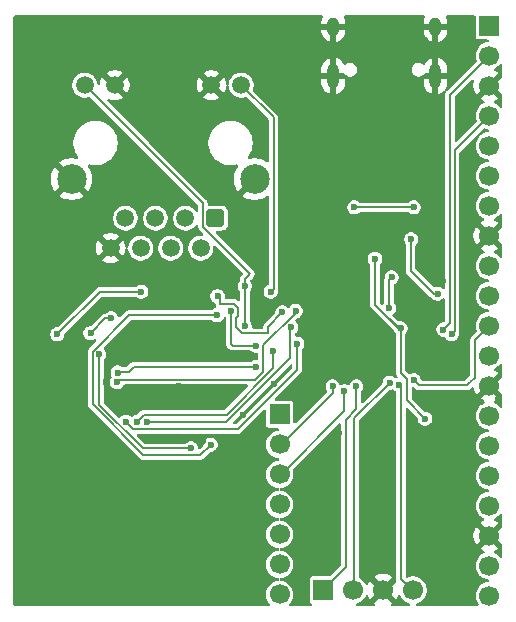
<source format=gbr>
%TF.GenerationSoftware,KiCad,Pcbnew,9.0.7*%
%TF.CreationDate,2026-01-11T23:40:51+05:30*%
%TF.ProjectId,ntp-devboard,6e74702d-6465-4766-926f-6172642e6b69,rev?*%
%TF.SameCoordinates,Original*%
%TF.FileFunction,Copper,L2,Bot*%
%TF.FilePolarity,Positive*%
%FSLAX46Y46*%
G04 Gerber Fmt 4.6, Leading zero omitted, Abs format (unit mm)*
G04 Created by KiCad (PCBNEW 9.0.7) date 2026-01-11 23:40:51*
%MOMM*%
%LPD*%
G01*
G04 APERTURE LIST*
G04 Aperture macros list*
%AMRoundRect*
0 Rectangle with rounded corners*
0 $1 Rounding radius*
0 $2 $3 $4 $5 $6 $7 $8 $9 X,Y pos of 4 corners*
0 Add a 4 corners polygon primitive as box body*
4,1,4,$2,$3,$4,$5,$6,$7,$8,$9,$2,$3,0*
0 Add four circle primitives for the rounded corners*
1,1,$1+$1,$2,$3*
1,1,$1+$1,$4,$5*
1,1,$1+$1,$6,$7*
1,1,$1+$1,$8,$9*
0 Add four rect primitives between the rounded corners*
20,1,$1+$1,$2,$3,$4,$5,0*
20,1,$1+$1,$4,$5,$6,$7,0*
20,1,$1+$1,$6,$7,$8,$9,0*
20,1,$1+$1,$8,$9,$2,$3,0*%
G04 Aperture macros list end*
%TA.AperFunction,ComponentPad*%
%ADD10R,1.700000X1.700000*%
%TD*%
%TA.AperFunction,ComponentPad*%
%ADD11C,1.700000*%
%TD*%
%TA.AperFunction,HeatsinkPad*%
%ADD12O,1.000000X2.100000*%
%TD*%
%TA.AperFunction,HeatsinkPad*%
%ADD13O,1.000000X1.600000*%
%TD*%
%TA.AperFunction,ComponentPad*%
%ADD14RoundRect,0.250500X0.499500X0.499500X-0.499500X0.499500X-0.499500X-0.499500X0.499500X-0.499500X0*%
%TD*%
%TA.AperFunction,ComponentPad*%
%ADD15C,1.500000*%
%TD*%
%TA.AperFunction,ComponentPad*%
%ADD16C,2.500000*%
%TD*%
%TA.AperFunction,ViaPad*%
%ADD17C,0.600000*%
%TD*%
%TA.AperFunction,Conductor*%
%ADD18C,0.200000*%
%TD*%
G04 APERTURE END LIST*
D10*
%TO.P,J4,1,Pin_1*%
%TO.N,GPIO8*%
X148190000Y-131250000D03*
D11*
%TO.P,J4,2,Pin_2*%
%TO.N,SWCLK*%
X150730000Y-131250000D03*
%TO.P,J4,3,Pin_3*%
%TO.N,GND*%
X153270000Y-131250000D03*
%TO.P,J4,4,Pin_4*%
%TO.N,SWD*%
X155810000Y-131250000D03*
%TD*%
D10*
%TO.P,J2,1,Pin_1*%
%TO.N,GPIO9*%
X144500000Y-116380000D03*
D11*
%TO.P,J2,2,Pin_2*%
%TO.N,GPIO10*%
X144500000Y-118920000D03*
%TO.P,J2,3,Pin_3*%
%TO.N,GPIO11*%
X144500000Y-121460000D03*
%TO.P,J2,4,Pin_4*%
%TO.N,GPIO12*%
X144500000Y-124000000D03*
%TO.P,J2,5,Pin_5*%
%TO.N,GPIO13*%
X144500000Y-126540000D03*
%TO.P,J2,6,Pin_6*%
%TO.N,GPIO14*%
X144500000Y-129080000D03*
%TO.P,J2,7,Pin_7*%
%TO.N,GPIO15*%
X144500000Y-131620000D03*
%TD*%
D12*
%TO.P,J1,S1,SHIELD*%
%TO.N,GND*%
X157695000Y-87730000D03*
D13*
X157695000Y-83550000D03*
D12*
X149055000Y-87730000D03*
D13*
X149055000Y-83550000D03*
%TD*%
D14*
%TO.P,J6,1,TD+*%
%TO.N,TX-*%
X139080000Y-99760000D03*
D15*
%TO.P,J6,2,TD-*%
%TO.N,TX+*%
X137820000Y-102300000D03*
%TO.P,J6,3,RD+*%
%TO.N,RX-*%
X136540000Y-99760000D03*
%TO.P,J6,4,TCT*%
%TO.N,+3V3*%
X135280000Y-102300000D03*
%TO.P,J6,5,RCT*%
X134000000Y-99760000D03*
%TO.P,J6,6,RD-*%
%TO.N,RX+*%
X132740000Y-102300000D03*
%TO.P,J6,7,NC*%
%TO.N,unconnected-(J6-NC-Pad7)*%
X131460000Y-99760000D03*
%TO.P,J6,8*%
%TO.N,GND*%
X130200000Y-102300000D03*
%TO.P,J6,9*%
%TO.N,LAN45*%
X141265000Y-88500000D03*
%TO.P,J6,10*%
%TO.N,GND*%
X138725000Y-88500000D03*
%TO.P,J6,11*%
X130555000Y-88500000D03*
%TO.P,J6,12*%
%TO.N,LAN46*%
X128015000Y-88500000D03*
D16*
%TO.P,J6,SH*%
%TO.N,GND*%
X142385000Y-96450000D03*
X126895000Y-96450000D03*
%TD*%
D10*
%TO.P,J3,1,Pin_1*%
%TO.N,VBUS*%
X162265000Y-83470000D03*
D11*
%TO.P,J3,2,Pin_2*%
%TO.N,GPIO29_ADC3*%
X162265000Y-86010000D03*
%TO.P,J3,3,Pin_3*%
%TO.N,GND*%
X162265000Y-88550000D03*
%TO.P,J3,4,Pin_4*%
%TO.N,GPIO28_ADC2*%
X162265000Y-91090000D03*
%TO.P,J3,5,Pin_5*%
%TO.N,+3V3*%
X162265000Y-93630000D03*
%TO.P,J3,6,Pin_6*%
%TO.N,GPIO27_ADC1*%
X162265000Y-96170000D03*
%TO.P,J3,7,Pin_7*%
%TO.N,GPIO26_ADC0*%
X162265000Y-98710000D03*
%TO.P,J3,8,Pin_8*%
%TO.N,GND*%
X162265000Y-101250000D03*
%TO.P,J3,9,Pin_9*%
%TO.N,GPIO24*%
X162265000Y-103790000D03*
%TO.P,J3,10,Pin_10*%
%TO.N,GPIO23*%
X162265000Y-106330000D03*
%TO.P,J3,11,Pin_11*%
%TO.N,RUN*%
X162265000Y-108870000D03*
%TO.P,J3,12,Pin_12*%
%TO.N,GPIO22*%
X162265000Y-111410000D03*
%TO.P,J3,13,Pin_13*%
%TO.N,GND*%
X162265000Y-113950000D03*
%TO.P,J3,14,Pin_14*%
%TO.N,GPIO21*%
X162265000Y-116490000D03*
%TO.P,J3,15,Pin_15*%
%TO.N,GPIO20*%
X162265000Y-119030000D03*
%TO.P,J3,16,Pin_16*%
%TO.N,GPIO19*%
X162265000Y-121570000D03*
%TO.P,J3,17,Pin_17*%
%TO.N,GPIO18*%
X162265000Y-124110000D03*
%TO.P,J3,18,Pin_18*%
%TO.N,GND*%
X162265000Y-126650000D03*
%TO.P,J3,19,Pin_19*%
%TO.N,GPIO17*%
X162265000Y-129190000D03*
%TO.P,J3,20,Pin_20*%
%TO.N,GPIO16*%
X162265000Y-131730000D03*
%TD*%
D17*
%TO.N,GND*%
X144600000Y-96400000D03*
X153600000Y-122000000D03*
X156000000Y-119600000D03*
X123800000Y-105000000D03*
X156800000Y-84700000D03*
X155363561Y-112450000D03*
X151535000Y-117288527D03*
X126800000Y-113400000D03*
X131000000Y-115800000D03*
X140750000Y-104500000D03*
X131600000Y-120000000D03*
X129800000Y-113600000D03*
X158325000Y-105100000D03*
X150025000Y-107850000D03*
X155363561Y-111250000D03*
X153625000Y-101650000D03*
X136000000Y-113989635D03*
X148825000Y-106750000D03*
X157725000Y-116450000D03*
X160415000Y-112706441D03*
X127490000Y-110760000D03*
X157700000Y-103200000D03*
X133200000Y-120600000D03*
X143995353Y-113795353D03*
X153425000Y-109750000D03*
X148925000Y-96050000D03*
X129400000Y-107600000D03*
X128500000Y-121000000D03*
X141400000Y-111400000D03*
X151525000Y-109950000D03*
X138000000Y-118600000D03*
X152825000Y-93850000D03*
X156700000Y-89700000D03*
X136000000Y-118650000D03*
X149500000Y-117950000D03*
X156900000Y-104400000D03*
X153375000Y-111600000D03*
X159500000Y-83600000D03*
X150690446Y-101450000D03*
X127540000Y-103790000D03*
X152825000Y-95750000D03*
X154486736Y-102486736D03*
X148925000Y-94150000D03*
X152387649Y-114214932D03*
X149025000Y-100750000D03*
X148925000Y-95050000D03*
X133211000Y-105191133D03*
X163000000Y-115200000D03*
X141400000Y-114032935D03*
X130000000Y-104200000D03*
X146733008Y-112800000D03*
X147800000Y-114200000D03*
X152825000Y-94750000D03*
X161595000Y-115300000D03*
X149579265Y-104895735D03*
X135016700Y-105200000D03*
X142400000Y-106750000D03*
X155363561Y-110050000D03*
X151425000Y-111550000D03*
X141395353Y-116395353D03*
%TO.N,+1V1*%
X154763561Y-109100000D03*
X152590002Y-103207591D03*
X156825000Y-116750000D03*
%TO.N,GPIO6*%
X142486885Y-110556700D03*
X140394200Y-107622997D03*
%TO.N,GPIO11*%
X150000000Y-114437500D03*
%TO.N,GPIO8*%
X151000000Y-114000000D03*
%TO.N,GPIO1*%
X139250000Y-106366425D03*
X144750000Y-107750000D03*
%TO.N,GPIO3*%
X131500000Y-117000000D03*
X146000000Y-110400000D03*
%TO.N,GPIO5*%
X132449997Y-117000000D03*
X143950735Y-111049265D03*
%TO.N,GPIO0*%
X145879460Y-107620540D03*
X130735956Y-113629912D03*
%TO.N,GPIO2*%
X133250000Y-117000000D03*
X145500000Y-109000000D03*
%TO.N,GPIO10*%
X149000000Y-114000000D03*
%TO.N,GPIO7*%
X130792850Y-112831935D03*
X142544300Y-112356700D03*
%TO.N,GPIO29_ADC3*%
X158373236Y-109193049D03*
%TO.N,SWCLK*%
X153823528Y-113699999D03*
%TO.N,GPIO28_ADC2*%
X159062000Y-109600000D03*
%TO.N,RUN*%
X155876180Y-113489257D03*
%TO.N,SWD*%
X154608101Y-113884572D03*
%TO.N,QSPI_SS*%
X150825000Y-98850000D03*
X155871726Y-98850000D03*
%TO.N,C34*%
X137000000Y-119250000D03*
X129237792Y-111290166D03*
%TO.N,C35*%
X125675000Y-109600000D03*
X132800000Y-106000000D03*
%TO.N,C40*%
X139200000Y-107968902D03*
X138673835Y-118944300D03*
%TO.N,LAN46*%
X141564064Y-105500000D03*
X141564064Y-108923000D03*
%TO.N,LAN45*%
X143750000Y-106000000D03*
%TO.N,OSOUT*%
X128500000Y-109500000D03*
X130249999Y-108249999D03*
%TO.N,+3V3*%
X157885000Y-106153231D03*
X153775000Y-107364082D03*
X155645000Y-101550000D03*
X153999387Y-104782083D03*
%TD*%
D18*
%TO.N,GND*%
X136232935Y-114032935D02*
X136000000Y-113800000D01*
X141395353Y-116395353D02*
X141404647Y-116395353D01*
X153625000Y-101650000D02*
X153650000Y-101650000D01*
X136000000Y-113800000D02*
X136000000Y-113989635D01*
X141404647Y-116395353D02*
X144000000Y-113800000D01*
X141400000Y-114032935D02*
X136232935Y-114032935D01*
X153650000Y-101650000D02*
X154486736Y-102486736D01*
X144000000Y-113800000D02*
X143995353Y-113795353D01*
%TO.N,+1V1*%
X156825000Y-116750000D02*
X155275180Y-115200180D01*
X152675000Y-107200000D02*
X154725000Y-109250000D01*
X152590002Y-107115002D02*
X152675000Y-107200000D01*
X155275180Y-113350123D02*
X154763561Y-112838504D01*
X152675000Y-107200000D02*
X154575000Y-109100000D01*
X154763561Y-112838504D02*
X154763561Y-109100000D01*
X152590002Y-103207591D02*
X152590002Y-107115002D01*
X155275180Y-115200180D02*
X155275180Y-113350123D01*
X154575000Y-109100000D02*
X154763561Y-109100000D01*
%TO.N,GPIO6*%
X140556700Y-110556700D02*
X140394200Y-110394200D01*
X140394200Y-110394200D02*
X140394200Y-107622997D01*
X142486885Y-110556700D02*
X140556700Y-110556700D01*
%TO.N,GPIO11*%
X150000000Y-116080000D02*
X144500000Y-121580000D01*
X150000000Y-114437500D02*
X150000000Y-116080000D01*
%TO.N,GPIO8*%
X150101000Y-116855427D02*
X150101000Y-129339000D01*
X151000000Y-114000000D02*
X151000000Y-115956427D01*
X151000000Y-115956427D02*
X150101000Y-116855427D01*
X150101000Y-129339000D02*
X148190000Y-131250000D01*
%TO.N,GPIO1*%
X139500000Y-106616425D02*
X139250000Y-106366425D01*
X144750000Y-107750000D02*
X143543100Y-108956900D01*
X140995200Y-107374054D02*
X140621146Y-107000000D01*
X139500000Y-107000000D02*
X139500000Y-106616425D01*
X141315121Y-109524000D02*
X140795200Y-109004079D01*
X143543100Y-108956900D02*
X143543100Y-109524000D01*
X140621146Y-107000000D02*
X139500000Y-107000000D01*
X143543100Y-109524000D02*
X141315121Y-109524000D01*
X140795200Y-108204800D02*
X140995200Y-108004800D01*
X140995200Y-108004800D02*
X140995200Y-107374054D01*
X140795200Y-109004079D02*
X140795200Y-108204800D01*
%TO.N,GPIO3*%
X132101000Y-117601000D02*
X131500000Y-117000000D01*
X146000000Y-112578000D02*
X140977000Y-117601000D01*
X140977000Y-117601000D02*
X132101000Y-117601000D01*
X146000000Y-110400000D02*
X146000000Y-112578000D01*
%TO.N,GPIO5*%
X143950735Y-112466308D02*
X140018043Y-116399000D01*
X143950735Y-111049265D02*
X143950735Y-112466308D01*
X140018043Y-116399000D02*
X133001057Y-116399000D01*
X132500000Y-116900057D02*
X132500000Y-117000000D01*
X132500000Y-117000000D02*
X132449997Y-117000000D01*
X133001057Y-116399000D02*
X132500000Y-116900057D01*
%TO.N,GPIO0*%
X130750000Y-113432935D02*
X130750000Y-113615868D01*
X145879460Y-107620540D02*
X145879460Y-107754740D01*
X142417008Y-113432935D02*
X130750000Y-113432935D01*
X130750000Y-113615868D02*
X130735956Y-113629912D01*
X143101000Y-112748943D02*
X142417008Y-113432935D01*
X143101000Y-110533200D02*
X143101000Y-112748943D01*
X145879460Y-107754740D02*
X143101000Y-110533200D01*
%TO.N,GPIO2*%
X145399000Y-109101000D02*
X145399000Y-111601000D01*
X140000000Y-117000000D02*
X133250000Y-117000000D01*
X145500000Y-109000000D02*
X145399000Y-109101000D01*
X145399000Y-111601000D02*
X140000000Y-117000000D01*
%TO.N,GPIO10*%
X149000000Y-114540000D02*
X144500000Y-119040000D01*
X149000000Y-114000000D02*
X149000000Y-114540000D01*
%TO.N,GPIO7*%
X132143300Y-112356700D02*
X131750000Y-112750000D01*
X142544300Y-112356700D02*
X132143300Y-112356700D01*
X131750000Y-112750000D02*
X130874785Y-112750000D01*
X130874785Y-112750000D02*
X130792850Y-112831935D01*
%TO.N,GPIO29_ADC3*%
X158373236Y-109193049D02*
X158925000Y-108641285D01*
X158925000Y-108641285D02*
X158925000Y-89350000D01*
X158925000Y-89350000D02*
X162265000Y-86010000D01*
%TO.N,SWCLK*%
X150835000Y-116688527D02*
X150835000Y-131490000D01*
X153823528Y-113699999D02*
X150835000Y-116688527D01*
%TO.N,GPIO28_ADC2*%
X159062000Y-109600000D02*
X159325000Y-109337000D01*
X159325000Y-109337000D02*
X159325000Y-94030000D01*
X159325000Y-94030000D02*
X162265000Y-91090000D01*
%TO.N,RUN*%
X161015000Y-110120000D02*
X162265000Y-108870000D01*
X161015000Y-113270000D02*
X161015000Y-110120000D01*
X155876180Y-113489257D02*
X156296923Y-113910000D01*
X160645000Y-113640000D02*
X161015000Y-113270000D01*
X160635000Y-113640000D02*
X160645000Y-113640000D01*
X160365000Y-113910000D02*
X160635000Y-113640000D01*
X156296923Y-113910000D02*
X160365000Y-113910000D01*
%TO.N,SWD*%
X154775417Y-130350417D02*
X155915000Y-131490000D01*
X154775417Y-114051888D02*
X154775417Y-130350417D01*
X154608101Y-113884572D02*
X154775417Y-114051888D01*
%TO.N,QSPI_SS*%
X150825000Y-98850000D02*
X155871726Y-98850000D01*
%TO.N,C34*%
X132900057Y-119250000D02*
X137000000Y-119250000D01*
X129237792Y-111290166D02*
X129237792Y-115587735D01*
X129237792Y-115587735D02*
X132900057Y-119250000D01*
%TO.N,C35*%
X125675000Y-109600000D02*
X129275000Y-106000000D01*
X129275000Y-106000000D02*
X132800000Y-106000000D01*
%TO.N,C40*%
X131770349Y-107968902D02*
X128680092Y-111059159D01*
X128680092Y-111059159D02*
X128680092Y-115535899D01*
X139200000Y-107968902D02*
X131770349Y-107968902D01*
X128680092Y-115535899D02*
X132951893Y-119807700D01*
X132951893Y-119807700D02*
X137810435Y-119807700D01*
X137810435Y-119807700D02*
X138673835Y-118944300D01*
%TO.N,LAN46*%
X141564064Y-108923000D02*
X141564064Y-105500000D01*
X142000000Y-104465880D02*
X138029000Y-100494880D01*
X138029000Y-98514000D02*
X128015000Y-88500000D01*
X141564064Y-104901816D02*
X142000000Y-104465880D01*
X138029000Y-100494880D02*
X138029000Y-98514000D01*
X141564064Y-105500000D02*
X141564064Y-104901816D01*
%TO.N,LAN45*%
X144000000Y-105750000D02*
X144000000Y-91235000D01*
X144000000Y-91235000D02*
X141265000Y-88500000D01*
X143750000Y-106000000D02*
X144000000Y-105750000D01*
%TO.N,OSOUT*%
X130249999Y-108249999D02*
X129750001Y-108249999D01*
X129750001Y-108249999D02*
X128500000Y-109500000D01*
%TO.N,+3V3*%
X155605000Y-104205000D02*
X157553231Y-106153231D01*
X155645000Y-101550000D02*
X155605000Y-101590000D01*
X155605000Y-101590000D02*
X155605000Y-104205000D01*
X153775000Y-105006470D02*
X153999387Y-104782083D01*
X157553231Y-106153231D02*
X157885000Y-106153231D01*
X153775000Y-107364082D02*
X153775000Y-105006470D01*
%TD*%
%TA.AperFunction,Conductor*%
%TO.N,GND*%
G36*
X148123099Y-82620185D02*
G01*
X148168854Y-82672989D01*
X148178798Y-82742147D01*
X148170621Y-82771953D01*
X148093429Y-82958310D01*
X148093427Y-82958318D01*
X148055000Y-83151504D01*
X148055000Y-83300000D01*
X148755000Y-83300000D01*
X148755000Y-83800000D01*
X148055000Y-83800000D01*
X148055000Y-83948495D01*
X148093427Y-84141681D01*
X148093430Y-84141693D01*
X148168807Y-84323671D01*
X148168814Y-84323684D01*
X148278248Y-84487462D01*
X148278251Y-84487466D01*
X148417533Y-84626748D01*
X148417537Y-84626751D01*
X148581315Y-84736185D01*
X148581328Y-84736192D01*
X148763308Y-84811569D01*
X148805000Y-84819862D01*
X148805000Y-84016988D01*
X148814940Y-84034205D01*
X148870795Y-84090060D01*
X148939204Y-84129556D01*
X149015504Y-84150000D01*
X149094496Y-84150000D01*
X149170796Y-84129556D01*
X149239205Y-84090060D01*
X149295060Y-84034205D01*
X149305000Y-84016988D01*
X149305000Y-84819862D01*
X149346690Y-84811569D01*
X149346692Y-84811569D01*
X149528671Y-84736192D01*
X149528684Y-84736185D01*
X149692462Y-84626751D01*
X149692466Y-84626748D01*
X149831748Y-84487466D01*
X149831751Y-84487462D01*
X149941185Y-84323684D01*
X149941192Y-84323671D01*
X150016569Y-84141693D01*
X150016572Y-84141681D01*
X150054999Y-83948495D01*
X150055000Y-83948492D01*
X150055000Y-83800000D01*
X149355000Y-83800000D01*
X149355000Y-83300000D01*
X150055000Y-83300000D01*
X150055000Y-83151508D01*
X150054999Y-83151504D01*
X150016572Y-82958318D01*
X150016570Y-82958310D01*
X149939379Y-82771953D01*
X149931910Y-82702483D01*
X149963185Y-82640004D01*
X150023274Y-82604352D01*
X150053940Y-82600500D01*
X156696060Y-82600500D01*
X156763099Y-82620185D01*
X156808854Y-82672989D01*
X156818798Y-82742147D01*
X156810621Y-82771953D01*
X156733429Y-82958310D01*
X156733427Y-82958318D01*
X156695000Y-83151504D01*
X156695000Y-83300000D01*
X157395000Y-83300000D01*
X157395000Y-83800000D01*
X156695000Y-83800000D01*
X156695000Y-83948495D01*
X156733427Y-84141681D01*
X156733430Y-84141693D01*
X156808807Y-84323671D01*
X156808814Y-84323684D01*
X156918248Y-84487462D01*
X156918251Y-84487466D01*
X157057533Y-84626748D01*
X157057537Y-84626751D01*
X157221315Y-84736185D01*
X157221328Y-84736192D01*
X157403308Y-84811569D01*
X157445000Y-84819862D01*
X157445000Y-84016988D01*
X157454940Y-84034205D01*
X157510795Y-84090060D01*
X157579204Y-84129556D01*
X157655504Y-84150000D01*
X157734496Y-84150000D01*
X157810796Y-84129556D01*
X157879205Y-84090060D01*
X157935060Y-84034205D01*
X157945000Y-84016988D01*
X157945000Y-84819862D01*
X157986690Y-84811569D01*
X157986692Y-84811569D01*
X158168671Y-84736192D01*
X158168684Y-84736185D01*
X158332462Y-84626751D01*
X158332466Y-84626748D01*
X158471748Y-84487466D01*
X158471751Y-84487462D01*
X158581185Y-84323684D01*
X158581192Y-84323671D01*
X158656569Y-84141693D01*
X158656572Y-84141681D01*
X158694999Y-83948495D01*
X158695000Y-83948492D01*
X158695000Y-83800000D01*
X157995000Y-83800000D01*
X157995000Y-83300000D01*
X158695000Y-83300000D01*
X158695000Y-83151508D01*
X158694999Y-83151504D01*
X158656572Y-82958318D01*
X158656570Y-82958310D01*
X158579379Y-82771953D01*
X158571910Y-82702483D01*
X158603185Y-82640004D01*
X158663274Y-82604352D01*
X158693940Y-82600500D01*
X160990500Y-82600500D01*
X161057539Y-82620185D01*
X161103294Y-82672989D01*
X161114500Y-82724500D01*
X161114500Y-84364856D01*
X161114502Y-84364882D01*
X161117413Y-84389987D01*
X161117415Y-84389991D01*
X161162793Y-84492764D01*
X161162794Y-84492765D01*
X161242235Y-84572206D01*
X161345009Y-84617585D01*
X161370135Y-84620500D01*
X162107873Y-84620499D01*
X162174910Y-84640183D01*
X162220665Y-84692987D01*
X162230609Y-84762146D01*
X162201584Y-84825702D01*
X162142806Y-84863476D01*
X162127270Y-84866972D01*
X161995589Y-84887829D01*
X161823363Y-84943787D01*
X161823360Y-84943788D01*
X161662002Y-85026006D01*
X161515505Y-85132441D01*
X161515500Y-85132445D01*
X161387445Y-85260500D01*
X161387441Y-85260505D01*
X161281006Y-85407002D01*
X161198788Y-85568360D01*
X161198787Y-85568363D01*
X161142829Y-85740589D01*
X161114500Y-85919448D01*
X161114500Y-86100551D01*
X161142829Y-86279410D01*
X161189575Y-86423281D01*
X161191570Y-86493122D01*
X161159325Y-86549280D01*
X158718842Y-88989764D01*
X158657519Y-89023249D01*
X158587827Y-89018265D01*
X158531894Y-88976393D01*
X158507477Y-88910929D01*
X158522329Y-88842656D01*
X158528059Y-88833191D01*
X158581188Y-88753678D01*
X158581192Y-88753671D01*
X158656569Y-88571693D01*
X158656572Y-88571681D01*
X158694999Y-88378495D01*
X158695000Y-88378492D01*
X158695000Y-87980000D01*
X157995000Y-87980000D01*
X157995000Y-87480000D01*
X158695000Y-87480000D01*
X158695000Y-87081508D01*
X158694999Y-87081504D01*
X158656572Y-86888318D01*
X158656569Y-86888306D01*
X158581192Y-86706328D01*
X158581185Y-86706315D01*
X158471751Y-86542537D01*
X158471748Y-86542533D01*
X158332466Y-86403251D01*
X158332462Y-86403248D01*
X158168684Y-86293814D01*
X158168671Y-86293807D01*
X157986691Y-86218429D01*
X157986683Y-86218427D01*
X157945000Y-86210135D01*
X157945000Y-87013011D01*
X157935060Y-86995795D01*
X157879205Y-86939940D01*
X157810796Y-86900444D01*
X157734496Y-86880000D01*
X157655504Y-86880000D01*
X157579204Y-86900444D01*
X157510795Y-86939940D01*
X157454940Y-86995795D01*
X157445000Y-87013011D01*
X157445000Y-86210136D01*
X157444999Y-86210135D01*
X157403316Y-86218427D01*
X157403308Y-86218429D01*
X157221328Y-86293807D01*
X157221315Y-86293814D01*
X157057537Y-86403248D01*
X157057533Y-86403251D01*
X156918248Y-86542536D01*
X156805427Y-86711387D01*
X156804003Y-86710435D01*
X156760742Y-86754451D01*
X156692600Y-86769892D01*
X156626927Y-86746041D01*
X156624907Y-86744306D01*
X156624811Y-86744432D01*
X156618367Y-86739487D01*
X156618365Y-86739485D01*
X156550590Y-86700355D01*
X156487136Y-86663719D01*
X156413950Y-86644109D01*
X156340766Y-86624500D01*
X156189234Y-86624500D01*
X156042863Y-86663719D01*
X155911635Y-86739485D01*
X155911632Y-86739487D01*
X155804487Y-86846632D01*
X155804485Y-86846635D01*
X155728719Y-86977863D01*
X155689500Y-87124234D01*
X155689500Y-87275765D01*
X155728719Y-87422136D01*
X155766602Y-87487750D01*
X155804485Y-87553365D01*
X155911635Y-87660515D01*
X156042865Y-87736281D01*
X156189234Y-87775500D01*
X156189236Y-87775500D01*
X156340764Y-87775500D01*
X156340766Y-87775500D01*
X156487135Y-87736281D01*
X156618365Y-87660515D01*
X156725515Y-87553365D01*
X156732077Y-87542000D01*
X156782644Y-87493784D01*
X156839464Y-87480000D01*
X157395000Y-87480000D01*
X157395000Y-87980000D01*
X156695000Y-87980000D01*
X156695000Y-88378495D01*
X156733427Y-88571681D01*
X156733430Y-88571693D01*
X156808807Y-88753671D01*
X156808814Y-88753684D01*
X156918248Y-88917462D01*
X156918251Y-88917466D01*
X157057533Y-89056748D01*
X157057537Y-89056751D01*
X157221315Y-89166185D01*
X157221328Y-89166192D01*
X157403308Y-89241569D01*
X157445000Y-89249862D01*
X157445000Y-88446988D01*
X157454940Y-88464205D01*
X157510795Y-88520060D01*
X157579204Y-88559556D01*
X157655504Y-88580000D01*
X157734496Y-88580000D01*
X157810796Y-88559556D01*
X157879205Y-88520060D01*
X157935060Y-88464205D01*
X157945000Y-88446988D01*
X157945000Y-89249862D01*
X157986690Y-89241569D01*
X157986692Y-89241569D01*
X158168671Y-89166192D01*
X158168684Y-89166185D01*
X158332462Y-89056751D01*
X158332466Y-89056748D01*
X158374812Y-89014402D01*
X158436135Y-88980916D01*
X158505826Y-88985900D01*
X158561760Y-89027771D01*
X158586178Y-89093235D01*
X158571327Y-89161508D01*
X158569882Y-89164081D01*
X158551792Y-89195412D01*
X158551793Y-89195413D01*
X158524500Y-89297273D01*
X158524500Y-105644133D01*
X158504815Y-105711172D01*
X158452011Y-105756927D01*
X158382853Y-105766871D01*
X158319297Y-105737846D01*
X158312819Y-105731814D01*
X158253717Y-105672712D01*
X158253709Y-105672706D01*
X158116790Y-105593657D01*
X158116786Y-105593655D01*
X158116784Y-105593654D01*
X157964057Y-105552731D01*
X157805943Y-105552731D01*
X157648886Y-105594814D01*
X157579036Y-105593151D01*
X157529112Y-105562720D01*
X156041819Y-104075426D01*
X156008334Y-104014103D01*
X156005500Y-103987745D01*
X156005500Y-102090098D01*
X156025185Y-102023059D01*
X156041819Y-102002417D01*
X156074609Y-101969627D01*
X156125520Y-101918716D01*
X156204577Y-101781784D01*
X156245500Y-101629057D01*
X156245500Y-101470943D01*
X156204577Y-101318216D01*
X156188212Y-101289870D01*
X156125524Y-101181290D01*
X156125518Y-101181282D01*
X156013717Y-101069481D01*
X156013709Y-101069475D01*
X155876790Y-100990426D01*
X155876786Y-100990424D01*
X155876784Y-100990423D01*
X155724057Y-100949500D01*
X155565943Y-100949500D01*
X155413216Y-100990423D01*
X155413209Y-100990426D01*
X155276290Y-101069475D01*
X155276282Y-101069481D01*
X155164481Y-101181282D01*
X155164475Y-101181290D01*
X155085426Y-101318209D01*
X155085423Y-101318216D01*
X155044500Y-101470943D01*
X155044500Y-101629057D01*
X155044845Y-101630342D01*
X155085423Y-101781783D01*
X155085426Y-101781790D01*
X155164475Y-101918709D01*
X155164481Y-101918717D01*
X155168181Y-101922417D01*
X155201666Y-101983740D01*
X155204500Y-102010098D01*
X155204500Y-104257726D01*
X155231793Y-104359589D01*
X155242538Y-104378199D01*
X155284520Y-104450913D01*
X157232749Y-106399141D01*
X157232751Y-106399144D01*
X157307318Y-106473711D01*
X157319112Y-106480520D01*
X157330563Y-106487131D01*
X157405683Y-106530502D01*
X157404870Y-106531909D01*
X157433715Y-106551182D01*
X157516284Y-106633751D01*
X157516286Y-106633752D01*
X157516290Y-106633755D01*
X157590610Y-106676663D01*
X157653216Y-106712808D01*
X157805943Y-106753731D01*
X157805945Y-106753731D01*
X157964055Y-106753731D01*
X157964057Y-106753731D01*
X158116784Y-106712808D01*
X158253716Y-106633751D01*
X158312819Y-106574648D01*
X158374142Y-106541163D01*
X158443834Y-106546147D01*
X158499767Y-106588019D01*
X158524184Y-106653483D01*
X158524500Y-106662329D01*
X158524500Y-108424030D01*
X158515855Y-108453470D01*
X158509332Y-108483457D01*
X158505577Y-108488472D01*
X158504815Y-108491069D01*
X158488181Y-108511711D01*
X158443662Y-108556230D01*
X158382339Y-108589715D01*
X158355981Y-108592549D01*
X158294179Y-108592549D01*
X158141452Y-108633472D01*
X158141445Y-108633475D01*
X158004526Y-108712524D01*
X158004518Y-108712530D01*
X157892717Y-108824331D01*
X157892711Y-108824339D01*
X157813662Y-108961258D01*
X157813659Y-108961265D01*
X157772736Y-109113992D01*
X157772736Y-109272106D01*
X157810696Y-109413773D01*
X157813659Y-109424832D01*
X157813662Y-109424839D01*
X157892711Y-109561758D01*
X157892715Y-109561763D01*
X157892716Y-109561765D01*
X158004520Y-109673569D01*
X158004522Y-109673570D01*
X158004526Y-109673573D01*
X158131008Y-109746596D01*
X158141452Y-109752626D01*
X158294179Y-109793549D01*
X158294181Y-109793549D01*
X158408756Y-109793549D01*
X158475795Y-109813234D01*
X158516143Y-109855549D01*
X158581477Y-109968712D01*
X158581479Y-109968715D01*
X158581480Y-109968716D01*
X158693284Y-110080520D01*
X158693286Y-110080521D01*
X158693290Y-110080524D01*
X158738747Y-110106768D01*
X158830216Y-110159577D01*
X158982943Y-110200500D01*
X158982945Y-110200500D01*
X159141055Y-110200500D01*
X159141057Y-110200500D01*
X159293784Y-110159577D01*
X159430716Y-110080520D01*
X159542520Y-109968716D01*
X159621577Y-109831784D01*
X159662500Y-109679057D01*
X159662500Y-109586660D01*
X159679113Y-109524659D01*
X159698207Y-109491588D01*
X159725500Y-109389727D01*
X159725500Y-109284273D01*
X159725500Y-94247254D01*
X159745185Y-94180215D01*
X159761814Y-94159578D01*
X161725719Y-92195672D01*
X161787040Y-92162189D01*
X161851716Y-92165424D01*
X161995591Y-92212171D01*
X162068639Y-92223740D01*
X162155678Y-92237527D01*
X162218813Y-92267456D01*
X162255744Y-92326768D01*
X162254746Y-92396631D01*
X162216136Y-92454863D01*
X162155678Y-92482473D01*
X161995589Y-92507829D01*
X161823363Y-92563787D01*
X161823360Y-92563788D01*
X161662003Y-92646005D01*
X161530750Y-92741364D01*
X161530740Y-92741373D01*
X161515499Y-92752447D01*
X161387447Y-92880499D01*
X161376373Y-92895740D01*
X161376364Y-92895750D01*
X161281005Y-93027003D01*
X161198788Y-93188360D01*
X161198787Y-93188363D01*
X161142829Y-93360589D01*
X161114500Y-93539448D01*
X161114500Y-93720551D01*
X161142829Y-93899410D01*
X161198787Y-94071636D01*
X161198788Y-94071639D01*
X161243594Y-94159573D01*
X161280133Y-94231285D01*
X161281006Y-94232997D01*
X161387441Y-94379494D01*
X161387445Y-94379499D01*
X161515500Y-94507554D01*
X161515505Y-94507558D01*
X161582573Y-94556285D01*
X161662006Y-94613996D01*
X161725783Y-94646492D01*
X161823360Y-94696211D01*
X161823363Y-94696212D01*
X161909476Y-94724191D01*
X161995591Y-94752171D01*
X162068639Y-94763740D01*
X162155678Y-94777527D01*
X162218813Y-94807456D01*
X162255744Y-94866768D01*
X162254746Y-94936631D01*
X162216136Y-94994863D01*
X162155678Y-95022473D01*
X161995589Y-95047829D01*
X161823363Y-95103787D01*
X161823360Y-95103788D01*
X161662002Y-95186006D01*
X161515505Y-95292441D01*
X161515500Y-95292445D01*
X161387445Y-95420500D01*
X161387441Y-95420505D01*
X161281006Y-95567002D01*
X161198788Y-95728360D01*
X161198787Y-95728363D01*
X161142829Y-95900589D01*
X161114500Y-96079448D01*
X161114500Y-96260551D01*
X161142829Y-96439410D01*
X161198787Y-96611636D01*
X161198788Y-96611639D01*
X161281006Y-96772997D01*
X161387441Y-96919494D01*
X161387445Y-96919499D01*
X161515500Y-97047554D01*
X161515505Y-97047558D01*
X161564358Y-97083051D01*
X161662006Y-97153996D01*
X161767484Y-97207740D01*
X161823360Y-97236211D01*
X161823363Y-97236212D01*
X161909476Y-97264191D01*
X161995591Y-97292171D01*
X162068639Y-97303740D01*
X162155678Y-97317527D01*
X162218813Y-97347456D01*
X162255744Y-97406768D01*
X162254746Y-97476631D01*
X162216136Y-97534863D01*
X162155678Y-97562473D01*
X161995589Y-97587829D01*
X161823363Y-97643787D01*
X161823360Y-97643788D01*
X161662002Y-97726006D01*
X161515505Y-97832441D01*
X161515500Y-97832445D01*
X161387445Y-97960500D01*
X161387441Y-97960505D01*
X161281006Y-98107002D01*
X161198788Y-98268360D01*
X161198787Y-98268363D01*
X161142829Y-98440589D01*
X161114500Y-98619448D01*
X161114500Y-98800551D01*
X161142829Y-98979410D01*
X161198787Y-99151636D01*
X161198788Y-99151639D01*
X161281006Y-99312997D01*
X161387441Y-99459494D01*
X161387445Y-99459499D01*
X161515500Y-99587554D01*
X161515505Y-99587558D01*
X161610445Y-99656535D01*
X161662006Y-99693996D01*
X161763780Y-99745853D01*
X161793684Y-99761090D01*
X161844480Y-99809065D01*
X161861275Y-99876886D01*
X161838737Y-99943021D01*
X161784022Y-99986472D01*
X161775708Y-99989506D01*
X161746781Y-99998905D01*
X161557439Y-100095380D01*
X161503282Y-100134727D01*
X161503282Y-100134728D01*
X162135591Y-100767037D01*
X162072007Y-100784075D01*
X161957993Y-100849901D01*
X161864901Y-100942993D01*
X161799075Y-101057007D01*
X161782037Y-101120591D01*
X161149728Y-100488282D01*
X161149727Y-100488282D01*
X161110380Y-100542439D01*
X161013904Y-100731782D01*
X160948242Y-100933869D01*
X160948242Y-100933872D01*
X160915000Y-101143753D01*
X160915000Y-101356246D01*
X160948242Y-101566127D01*
X160948242Y-101566130D01*
X161013904Y-101768217D01*
X161110375Y-101957550D01*
X161149728Y-102011716D01*
X161782037Y-101379408D01*
X161799075Y-101442993D01*
X161864901Y-101557007D01*
X161957993Y-101650099D01*
X162072007Y-101715925D01*
X162135590Y-101732962D01*
X161503282Y-102365269D01*
X161503282Y-102365270D01*
X161557449Y-102404624D01*
X161746780Y-102501094D01*
X161775705Y-102510492D01*
X161833381Y-102549929D01*
X161860580Y-102614287D01*
X161848667Y-102683134D01*
X161801424Y-102734610D01*
X161793685Y-102738908D01*
X161662004Y-102806004D01*
X161515505Y-102912441D01*
X161515500Y-102912445D01*
X161387445Y-103040500D01*
X161387441Y-103040505D01*
X161281006Y-103187002D01*
X161198788Y-103348360D01*
X161198787Y-103348363D01*
X161142829Y-103520589D01*
X161114500Y-103699448D01*
X161114500Y-103880551D01*
X161142829Y-104059410D01*
X161198787Y-104231636D01*
X161198788Y-104231639D01*
X161281006Y-104392997D01*
X161387441Y-104539494D01*
X161387445Y-104539499D01*
X161515500Y-104667554D01*
X161515505Y-104667558D01*
X161564326Y-104703028D01*
X161662006Y-104773996D01*
X161767484Y-104827740D01*
X161823360Y-104856211D01*
X161823363Y-104856212D01*
X161891927Y-104878489D01*
X161995591Y-104912171D01*
X162068639Y-104923740D01*
X162155678Y-104937527D01*
X162218813Y-104967456D01*
X162255744Y-105026768D01*
X162254746Y-105096631D01*
X162216136Y-105154863D01*
X162155678Y-105182473D01*
X161995589Y-105207829D01*
X161823363Y-105263787D01*
X161823360Y-105263788D01*
X161662002Y-105346006D01*
X161515505Y-105452441D01*
X161515500Y-105452445D01*
X161387445Y-105580500D01*
X161387441Y-105580505D01*
X161281006Y-105727002D01*
X161198788Y-105888360D01*
X161198787Y-105888363D01*
X161142829Y-106060589D01*
X161114500Y-106239448D01*
X161114500Y-106420551D01*
X161142829Y-106599410D01*
X161198787Y-106771636D01*
X161198788Y-106771639D01*
X161245841Y-106863984D01*
X161277441Y-106926002D01*
X161281006Y-106932997D01*
X161387441Y-107079494D01*
X161387445Y-107079499D01*
X161515500Y-107207554D01*
X161515505Y-107207558D01*
X161622133Y-107285027D01*
X161662006Y-107313996D01*
X161767484Y-107367740D01*
X161823360Y-107396211D01*
X161823363Y-107396212D01*
X161909476Y-107424191D01*
X161995591Y-107452171D01*
X162068639Y-107463740D01*
X162155678Y-107477527D01*
X162218813Y-107507456D01*
X162255744Y-107566768D01*
X162254746Y-107636631D01*
X162216136Y-107694863D01*
X162155678Y-107722473D01*
X161995589Y-107747829D01*
X161823363Y-107803787D01*
X161823360Y-107803788D01*
X161662002Y-107886006D01*
X161515505Y-107992441D01*
X161515500Y-107992445D01*
X161387445Y-108120500D01*
X161387441Y-108120505D01*
X161281006Y-108267002D01*
X161198788Y-108428360D01*
X161198787Y-108428363D01*
X161142829Y-108600589D01*
X161114500Y-108779448D01*
X161114500Y-108960551D01*
X161142829Y-109139412D01*
X161189575Y-109283283D01*
X161191570Y-109353124D01*
X161159325Y-109409281D01*
X160694522Y-109874084D01*
X160694520Y-109874087D01*
X160647112Y-109956200D01*
X160641793Y-109965412D01*
X160630012Y-110009379D01*
X160625346Y-110026794D01*
X160614500Y-110067269D01*
X160614500Y-113052744D01*
X160605855Y-113082184D01*
X160599332Y-113112171D01*
X160595577Y-113117186D01*
X160594815Y-113119783D01*
X160578181Y-113140425D01*
X160499132Y-113219474D01*
X160424289Y-113294317D01*
X160398612Y-113314020D01*
X160389085Y-113319520D01*
X160235425Y-113473181D01*
X160174102Y-113506666D01*
X160147744Y-113509500D01*
X156598436Y-113509500D01*
X156531397Y-113489815D01*
X156485642Y-113437011D01*
X156478661Y-113417594D01*
X156472363Y-113394088D01*
X156435757Y-113257473D01*
X156413822Y-113219480D01*
X156356704Y-113120547D01*
X156356698Y-113120539D01*
X156244897Y-113008738D01*
X156244889Y-113008732D01*
X156107970Y-112929683D01*
X156107966Y-112929681D01*
X156107964Y-112929680D01*
X155955237Y-112888757D01*
X155797123Y-112888757D01*
X155644396Y-112929680D01*
X155644391Y-112929682D01*
X155585249Y-112963827D01*
X155517349Y-112980298D01*
X155451322Y-112957445D01*
X155435570Y-112944120D01*
X155200380Y-112708930D01*
X155166895Y-112647607D01*
X155164061Y-112621249D01*
X155164061Y-109600098D01*
X155183746Y-109533059D01*
X155200380Y-109512417D01*
X155221209Y-109491588D01*
X155244081Y-109468716D01*
X155323138Y-109331784D01*
X155364061Y-109179057D01*
X155364061Y-109020943D01*
X155323138Y-108868216D01*
X155297806Y-108824339D01*
X155244085Y-108731290D01*
X155244079Y-108731282D01*
X155132278Y-108619481D01*
X155132270Y-108619475D01*
X154995351Y-108540426D01*
X154995347Y-108540424D01*
X154995345Y-108540423D01*
X154842618Y-108499500D01*
X154684504Y-108499500D01*
X154684499Y-108499500D01*
X154640390Y-108511319D01*
X154570540Y-108509655D01*
X154520618Y-108479225D01*
X154094595Y-108053202D01*
X154061110Y-107991879D01*
X154066094Y-107922187D01*
X154107966Y-107866254D01*
X154120272Y-107858137D01*
X154143716Y-107844602D01*
X154255520Y-107732798D01*
X154334577Y-107595866D01*
X154375500Y-107443139D01*
X154375500Y-107285025D01*
X154334577Y-107132298D01*
X154323895Y-107113796D01*
X154255524Y-106995372D01*
X154255518Y-106995364D01*
X154211819Y-106951665D01*
X154178334Y-106890342D01*
X154175500Y-106863984D01*
X154175500Y-105445393D01*
X154195185Y-105378354D01*
X154237499Y-105338006D01*
X154368103Y-105262603D01*
X154479907Y-105150799D01*
X154558964Y-105013867D01*
X154599887Y-104861140D01*
X154599887Y-104703026D01*
X154558964Y-104550299D01*
X154552726Y-104539494D01*
X154479911Y-104413373D01*
X154479905Y-104413365D01*
X154368104Y-104301564D01*
X154368096Y-104301558D01*
X154231177Y-104222509D01*
X154231173Y-104222507D01*
X154231171Y-104222506D01*
X154078444Y-104181583D01*
X153920330Y-104181583D01*
X153767603Y-104222506D01*
X153767596Y-104222509D01*
X153630677Y-104301558D01*
X153630669Y-104301564D01*
X153518868Y-104413365D01*
X153518862Y-104413373D01*
X153439813Y-104550292D01*
X153439810Y-104550299D01*
X153398887Y-104703026D01*
X153398887Y-104846400D01*
X153394663Y-104878489D01*
X153389035Y-104899496D01*
X153389034Y-104899499D01*
X153374500Y-104953741D01*
X153374500Y-106863984D01*
X153367423Y-106888083D01*
X153364394Y-106913016D01*
X153356825Y-106924174D01*
X153354815Y-106931023D01*
X153345967Y-106943117D01*
X153342275Y-106947570D01*
X153294480Y-106995366D01*
X153275712Y-107027872D01*
X153269027Y-107035938D01*
X153248392Y-107049845D01*
X153230380Y-107067021D01*
X153219919Y-107069036D01*
X153211089Y-107074989D01*
X153186209Y-107075533D01*
X153161773Y-107080243D01*
X153151886Y-107076284D01*
X153141236Y-107076518D01*
X153120009Y-107063523D01*
X153096908Y-107054275D01*
X153085879Y-107044486D01*
X153026821Y-106985428D01*
X152993336Y-106924105D01*
X152990502Y-106897747D01*
X152990502Y-103707689D01*
X153010187Y-103640650D01*
X153026821Y-103620008D01*
X153070522Y-103576307D01*
X153149579Y-103439375D01*
X153190502Y-103286648D01*
X153190502Y-103128534D01*
X153149579Y-102975807D01*
X153137649Y-102955143D01*
X153070526Y-102838881D01*
X153070520Y-102838873D01*
X152958719Y-102727072D01*
X152958711Y-102727066D01*
X152821792Y-102648017D01*
X152821788Y-102648015D01*
X152821786Y-102648014D01*
X152669059Y-102607091D01*
X152510945Y-102607091D01*
X152358218Y-102648014D01*
X152358211Y-102648017D01*
X152221292Y-102727066D01*
X152221284Y-102727072D01*
X152109483Y-102838873D01*
X152109477Y-102838881D01*
X152030428Y-102975800D01*
X152030425Y-102975807D01*
X151989502Y-103128534D01*
X151989502Y-103286648D01*
X152006039Y-103348363D01*
X152030425Y-103439374D01*
X152030428Y-103439381D01*
X152109477Y-103576300D01*
X152109483Y-103576308D01*
X152153183Y-103620008D01*
X152186668Y-103681331D01*
X152189502Y-103707689D01*
X152189502Y-107167728D01*
X152216795Y-107269591D01*
X152230171Y-107292758D01*
X152269522Y-107360915D01*
X152269524Y-107360917D01*
X154167163Y-109258556D01*
X154199256Y-109314140D01*
X154203983Y-109331782D01*
X154203987Y-109331790D01*
X154283036Y-109468709D01*
X154283042Y-109468717D01*
X154326742Y-109512417D01*
X154360227Y-109573740D01*
X154363061Y-109600098D01*
X154363061Y-112785777D01*
X154363061Y-112891231D01*
X154367740Y-112908692D01*
X154390354Y-112993093D01*
X154403894Y-113016544D01*
X154443081Y-113084417D01*
X154443083Y-113084419D01*
X154466842Y-113108178D01*
X154469751Y-113113507D01*
X154474781Y-113116911D01*
X154486301Y-113143815D01*
X154500327Y-113169501D01*
X154499893Y-113175558D01*
X154502284Y-113181140D01*
X154497430Y-113209999D01*
X154495343Y-113239193D01*
X154491703Y-113244054D01*
X154490697Y-113250042D01*
X154471009Y-113271697D01*
X154453471Y-113295126D01*
X154446736Y-113298397D01*
X154443697Y-113301741D01*
X154411253Y-113315634D01*
X154383511Y-113323067D01*
X154313661Y-113321403D01*
X154263738Y-113290973D01*
X154192245Y-113219480D01*
X154192237Y-113219474D01*
X154055318Y-113140425D01*
X154055314Y-113140423D01*
X154055312Y-113140422D01*
X153902585Y-113099499D01*
X153744471Y-113099499D01*
X153591744Y-113140422D01*
X153591737Y-113140425D01*
X153454818Y-113219474D01*
X153454810Y-113219480D01*
X153343009Y-113331281D01*
X153343003Y-113331289D01*
X153263954Y-113468208D01*
X153263951Y-113468215D01*
X153223028Y-113620942D01*
X153223028Y-113682744D01*
X153203343Y-113749783D01*
X153186709Y-113770425D01*
X151612181Y-115344953D01*
X151550858Y-115378438D01*
X151481166Y-115373454D01*
X151425233Y-115331582D01*
X151400816Y-115266118D01*
X151400500Y-115257272D01*
X151400500Y-114500098D01*
X151420185Y-114433059D01*
X151436819Y-114412417D01*
X151440871Y-114408365D01*
X151480520Y-114368716D01*
X151559577Y-114231784D01*
X151600500Y-114079057D01*
X151600500Y-113920943D01*
X151559577Y-113768216D01*
X151525371Y-113708969D01*
X151480524Y-113631290D01*
X151480518Y-113631282D01*
X151368717Y-113519481D01*
X151368709Y-113519475D01*
X151231790Y-113440426D01*
X151231786Y-113440424D01*
X151231784Y-113440423D01*
X151079057Y-113399500D01*
X150920943Y-113399500D01*
X150768216Y-113440423D01*
X150768209Y-113440426D01*
X150631290Y-113519475D01*
X150631282Y-113519481D01*
X150519481Y-113631282D01*
X150519475Y-113631290D01*
X150440426Y-113768209D01*
X150440421Y-113768220D01*
X150428837Y-113811452D01*
X150392472Y-113871112D01*
X150329624Y-113901640D01*
X150260249Y-113893345D01*
X150247064Y-113886745D01*
X150236008Y-113880362D01*
X150231784Y-113877923D01*
X150079057Y-113837000D01*
X149920943Y-113837000D01*
X149768216Y-113877923D01*
X149768213Y-113877924D01*
X149752933Y-113886746D01*
X149685032Y-113903216D01*
X149619006Y-113880362D01*
X149575817Y-113825440D01*
X149571161Y-113811450D01*
X149559577Y-113768216D01*
X149525371Y-113708969D01*
X149480524Y-113631290D01*
X149480518Y-113631282D01*
X149368717Y-113519481D01*
X149368709Y-113519475D01*
X149231790Y-113440426D01*
X149231786Y-113440424D01*
X149231784Y-113440423D01*
X149079057Y-113399500D01*
X148920943Y-113399500D01*
X148768216Y-113440423D01*
X148768209Y-113440426D01*
X148631290Y-113519475D01*
X148631282Y-113519481D01*
X148519481Y-113631282D01*
X148519475Y-113631290D01*
X148440426Y-113768209D01*
X148440423Y-113768216D01*
X148399500Y-113920943D01*
X148399500Y-114079057D01*
X148440056Y-114230412D01*
X148440423Y-114231783D01*
X148440423Y-114231784D01*
X148503168Y-114340464D01*
X148519639Y-114408365D01*
X148496787Y-114474391D01*
X148483461Y-114490144D01*
X145862180Y-117111425D01*
X145800857Y-117144910D01*
X145731165Y-117139926D01*
X145675232Y-117098054D01*
X145650815Y-117032590D01*
X145650499Y-117023768D01*
X145650499Y-115485136D01*
X145650271Y-115483172D01*
X145647586Y-115460012D01*
X145647585Y-115460010D01*
X145647585Y-115460009D01*
X145602206Y-115357235D01*
X145522765Y-115277794D01*
X145419992Y-115232415D01*
X145394868Y-115229500D01*
X145394865Y-115229500D01*
X144214253Y-115229500D01*
X144147214Y-115209815D01*
X144101459Y-115157011D01*
X144091515Y-115087853D01*
X144120540Y-115024297D01*
X144126572Y-115017819D01*
X145170250Y-113974141D01*
X146235703Y-112908688D01*
X146235708Y-112908684D01*
X146245911Y-112898480D01*
X146245913Y-112898480D01*
X146320480Y-112823913D01*
X146373207Y-112732587D01*
X146373925Y-112729907D01*
X146400501Y-112630727D01*
X146400501Y-112525273D01*
X146400501Y-112517678D01*
X146400500Y-112517660D01*
X146400500Y-110900098D01*
X146420185Y-110833059D01*
X146436819Y-110812417D01*
X146451693Y-110797543D01*
X146480520Y-110768716D01*
X146559577Y-110631784D01*
X146600500Y-110479057D01*
X146600500Y-110320943D01*
X146559577Y-110168216D01*
X146552640Y-110156200D01*
X146480524Y-110031290D01*
X146480518Y-110031282D01*
X146368717Y-109919481D01*
X146368709Y-109919475D01*
X146231790Y-109840426D01*
X146231786Y-109840424D01*
X146231784Y-109840423D01*
X146079057Y-109799500D01*
X145923500Y-109799500D01*
X145914814Y-109796949D01*
X145905853Y-109798238D01*
X145881812Y-109787259D01*
X145856461Y-109779815D01*
X145850533Y-109772974D01*
X145842297Y-109769213D01*
X145828007Y-109746978D01*
X145810706Y-109727011D01*
X145808418Y-109716496D01*
X145804523Y-109710435D01*
X145799500Y-109675500D01*
X145799500Y-109592073D01*
X145819185Y-109525034D01*
X145861502Y-109484684D01*
X145868716Y-109480520D01*
X145980520Y-109368716D01*
X146059577Y-109231784D01*
X146100500Y-109079057D01*
X146100500Y-108920943D01*
X146059577Y-108768216D01*
X146038258Y-108731290D01*
X145980524Y-108631290D01*
X145980518Y-108631282D01*
X145862969Y-108513733D01*
X145865402Y-108511299D01*
X145864676Y-108510305D01*
X145850959Y-108500037D01*
X145844487Y-108482687D01*
X145833558Y-108467735D01*
X145832530Y-108450628D01*
X145826542Y-108434573D01*
X145830478Y-108416476D01*
X145829368Y-108397991D01*
X145837823Y-108382713D01*
X145841394Y-108366300D01*
X145862542Y-108338049D01*
X145963759Y-108236832D01*
X146019342Y-108204741D01*
X146111244Y-108180117D01*
X146248176Y-108101060D01*
X146359980Y-107989256D01*
X146439037Y-107852324D01*
X146479960Y-107699597D01*
X146479960Y-107541483D01*
X146439037Y-107388756D01*
X146408691Y-107336194D01*
X146359984Y-107251830D01*
X146359978Y-107251822D01*
X146248177Y-107140021D01*
X146248169Y-107140015D01*
X146111250Y-107060966D01*
X146111246Y-107060964D01*
X146111244Y-107060963D01*
X145958517Y-107020040D01*
X145800403Y-107020040D01*
X145647676Y-107060963D01*
X145647669Y-107060966D01*
X145510750Y-107140015D01*
X145510742Y-107140021D01*
X145398941Y-107251822D01*
X145398937Y-107251827D01*
X145370708Y-107300723D01*
X145320141Y-107348938D01*
X145251534Y-107362162D01*
X145186670Y-107336194D01*
X145175640Y-107326404D01*
X145118717Y-107269481D01*
X145118709Y-107269475D01*
X144981790Y-107190426D01*
X144981786Y-107190424D01*
X144981784Y-107190423D01*
X144829057Y-107149500D01*
X144670943Y-107149500D01*
X144518216Y-107190423D01*
X144518209Y-107190426D01*
X144381290Y-107269475D01*
X144381282Y-107269481D01*
X144269481Y-107381282D01*
X144269475Y-107381290D01*
X144190426Y-107518209D01*
X144190423Y-107518216D01*
X144149500Y-107670943D01*
X144149500Y-107732745D01*
X144129815Y-107799784D01*
X144113181Y-107820426D01*
X143222622Y-108710984D01*
X143222620Y-108710987D01*
X143169893Y-108802311D01*
X143147148Y-108887199D01*
X143142600Y-108904170D01*
X143142600Y-108999500D01*
X143122915Y-109066539D01*
X143070111Y-109112294D01*
X143018600Y-109123500D01*
X142288564Y-109123500D01*
X142221525Y-109103815D01*
X142175770Y-109051011D01*
X142164564Y-108999500D01*
X142164564Y-108843945D01*
X142164564Y-108843943D01*
X142123641Y-108691216D01*
X142089040Y-108631284D01*
X142044588Y-108554290D01*
X142044582Y-108554282D01*
X142000883Y-108510583D01*
X141967398Y-108449260D01*
X141964564Y-108422902D01*
X141964564Y-106000098D01*
X141984249Y-105933059D01*
X142000883Y-105912417D01*
X142008713Y-105904587D01*
X142044584Y-105868716D01*
X142123641Y-105731784D01*
X142164564Y-105579057D01*
X142164564Y-105420943D01*
X142123641Y-105268216D01*
X142074138Y-105182473D01*
X142040521Y-105124245D01*
X142042961Y-105122836D01*
X142035591Y-105103076D01*
X142023243Y-105071138D01*
X142023397Y-105070384D01*
X142023129Y-105069665D01*
X142030405Y-105036214D01*
X142037281Y-105002693D01*
X142037871Y-105001893D01*
X142037981Y-105001392D01*
X142059126Y-104973144D01*
X142235703Y-104796567D01*
X142235708Y-104796564D01*
X142245911Y-104786360D01*
X142245913Y-104786360D01*
X142320480Y-104711793D01*
X142373207Y-104620468D01*
X142378186Y-104601886D01*
X142384532Y-104578206D01*
X142394902Y-104539501D01*
X142400501Y-104518607D01*
X142400501Y-104413153D01*
X142373207Y-104311292D01*
X142320480Y-104219967D01*
X142245913Y-104145400D01*
X139122694Y-101022181D01*
X139089209Y-100960858D01*
X139094193Y-100891166D01*
X139136065Y-100835233D01*
X139201529Y-100810816D01*
X139210375Y-100810500D01*
X139622635Y-100810500D01*
X139652150Y-100806955D01*
X139711184Y-100799866D01*
X139852090Y-100744300D01*
X139972779Y-100652779D01*
X140064300Y-100532090D01*
X140119866Y-100391184D01*
X140130500Y-100302634D01*
X140130500Y-99217366D01*
X140119866Y-99128816D01*
X140064300Y-98987910D01*
X140064298Y-98987907D01*
X139972779Y-98867220D01*
X139852092Y-98775701D01*
X139852090Y-98775700D01*
X139711184Y-98720134D01*
X139711183Y-98720133D01*
X139622635Y-98709500D01*
X139622634Y-98709500D01*
X138553500Y-98709500D01*
X138544814Y-98706949D01*
X138535853Y-98708238D01*
X138511812Y-98697259D01*
X138486461Y-98689815D01*
X138480533Y-98682974D01*
X138472297Y-98679213D01*
X138458007Y-98656978D01*
X138440706Y-98637011D01*
X138438418Y-98626496D01*
X138434523Y-98620435D01*
X138429500Y-98585500D01*
X138429500Y-98576729D01*
X138429501Y-98576716D01*
X138429501Y-98461274D01*
X138423959Y-98440589D01*
X138402207Y-98359413D01*
X138385699Y-98330821D01*
X138349480Y-98268087D01*
X138274913Y-98193520D01*
X138274910Y-98193518D01*
X135898341Y-95816949D01*
X133442088Y-93360695D01*
X129943484Y-89862091D01*
X129909999Y-89800768D01*
X129914983Y-89731076D01*
X129956855Y-89675143D01*
X130022319Y-89650726D01*
X130070030Y-89658459D01*
X130070533Y-89656914D01*
X130262294Y-89719221D01*
X130456618Y-89750000D01*
X130653382Y-89750000D01*
X130847705Y-89719221D01*
X131034835Y-89658418D01*
X131210143Y-89569095D01*
X131245125Y-89543678D01*
X131245126Y-89543678D01*
X130692574Y-88991128D01*
X130751853Y-88975245D01*
X130868147Y-88908102D01*
X130963102Y-88813147D01*
X131030245Y-88696853D01*
X131046127Y-88637575D01*
X131598678Y-89190126D01*
X131598678Y-89190125D01*
X131624095Y-89155143D01*
X131713418Y-88979835D01*
X131774221Y-88792705D01*
X131805000Y-88598382D01*
X131805000Y-88401617D01*
X137475000Y-88401617D01*
X137475000Y-88598382D01*
X137505778Y-88792705D01*
X137566581Y-88979835D01*
X137655905Y-89155145D01*
X137681319Y-89190125D01*
X137681320Y-89190125D01*
X138233871Y-88637574D01*
X138249755Y-88696853D01*
X138316898Y-88813147D01*
X138411853Y-88908102D01*
X138528147Y-88975245D01*
X138587424Y-88991128D01*
X138034873Y-89543677D01*
X138034873Y-89543678D01*
X138069858Y-89569096D01*
X138245164Y-89658418D01*
X138432294Y-89719221D01*
X138626618Y-89750000D01*
X138823382Y-89750000D01*
X139017705Y-89719221D01*
X139204835Y-89658418D01*
X139380143Y-89569095D01*
X139415125Y-89543678D01*
X139415126Y-89543678D01*
X138862575Y-88991127D01*
X138921853Y-88975245D01*
X139038147Y-88908102D01*
X139133102Y-88813147D01*
X139200245Y-88696853D01*
X139216127Y-88637575D01*
X139768678Y-89190126D01*
X139768678Y-89190125D01*
X139794095Y-89155143D01*
X139883418Y-88979835D01*
X139944221Y-88792705D01*
X139972094Y-88616728D01*
X140002023Y-88553593D01*
X140061335Y-88516662D01*
X140131197Y-88517660D01*
X140189430Y-88556270D01*
X140216184Y-88611935D01*
X140254868Y-88806412D01*
X140254870Y-88806420D01*
X140329213Y-88985900D01*
X140334059Y-88997598D01*
X140380544Y-89067168D01*
X140449024Y-89169657D01*
X140595342Y-89315975D01*
X140595345Y-89315977D01*
X140767402Y-89430941D01*
X140958580Y-89510130D01*
X141161530Y-89550499D01*
X141161534Y-89550500D01*
X141161535Y-89550500D01*
X141368466Y-89550500D01*
X141368467Y-89550499D01*
X141571420Y-89510130D01*
X141591967Y-89501618D01*
X141661435Y-89494147D01*
X141723915Y-89525420D01*
X141727104Y-89528497D01*
X143563181Y-91364574D01*
X143596666Y-91425897D01*
X143599500Y-91452255D01*
X143599500Y-94924644D01*
X143579815Y-94991683D01*
X143527011Y-95037438D01*
X143457853Y-95047382D01*
X143400015Y-95023021D01*
X143359337Y-94991808D01*
X143160668Y-94877106D01*
X143160659Y-94877102D01*
X142948730Y-94789318D01*
X142727137Y-94729942D01*
X142499710Y-94700001D01*
X142499694Y-94700000D01*
X142270306Y-94700000D01*
X142270289Y-94700001D01*
X142042860Y-94729942D01*
X141962236Y-94751546D01*
X141892386Y-94749883D01*
X141834524Y-94710720D01*
X141807020Y-94646492D01*
X141818607Y-94577590D01*
X141831763Y-94556289D01*
X141917767Y-94444208D01*
X142040694Y-94231292D01*
X142134778Y-94004153D01*
X142198409Y-93766677D01*
X142230500Y-93522927D01*
X142230500Y-93277073D01*
X142198409Y-93033323D01*
X142134778Y-92795847D01*
X142040694Y-92568708D01*
X141917767Y-92355792D01*
X141827019Y-92237527D01*
X141768102Y-92160745D01*
X141768096Y-92160738D01*
X141594261Y-91986903D01*
X141594254Y-91986897D01*
X141399212Y-91837236D01*
X141399211Y-91837235D01*
X141399208Y-91837233D01*
X141186292Y-91714306D01*
X141186285Y-91714303D01*
X140959162Y-91620225D01*
X140959155Y-91620223D01*
X140959153Y-91620222D01*
X140721677Y-91556591D01*
X140680939Y-91551227D01*
X140477934Y-91524500D01*
X140477927Y-91524500D01*
X140232073Y-91524500D01*
X140232065Y-91524500D01*
X140000059Y-91555045D01*
X139988323Y-91556591D01*
X139750847Y-91620222D01*
X139750837Y-91620225D01*
X139523714Y-91714303D01*
X139523705Y-91714307D01*
X139310787Y-91837236D01*
X139115745Y-91986897D01*
X139115738Y-91986903D01*
X138941903Y-92160738D01*
X138941897Y-92160745D01*
X138792236Y-92355787D01*
X138669307Y-92568705D01*
X138669303Y-92568714D01*
X138575225Y-92795837D01*
X138575222Y-92795847D01*
X138513285Y-93027003D01*
X138511592Y-93033320D01*
X138511590Y-93033331D01*
X138479500Y-93277065D01*
X138479500Y-93522934D01*
X138505518Y-93720546D01*
X138511591Y-93766677D01*
X138575222Y-94004152D01*
X138575225Y-94004162D01*
X138639599Y-94159573D01*
X138669306Y-94231292D01*
X138792233Y-94444208D01*
X138792235Y-94444211D01*
X138792236Y-94444212D01*
X138941897Y-94639254D01*
X138941903Y-94639261D01*
X139115738Y-94813096D01*
X139115745Y-94813102D01*
X139199157Y-94877106D01*
X139310792Y-94962767D01*
X139523708Y-95085694D01*
X139750847Y-95179778D01*
X139988323Y-95243409D01*
X140232073Y-95275500D01*
X140232080Y-95275500D01*
X140477920Y-95275500D01*
X140477927Y-95275500D01*
X140721677Y-95243409D01*
X140851399Y-95208650D01*
X140921244Y-95210313D01*
X140979107Y-95249475D01*
X141006611Y-95313703D01*
X140995025Y-95382606D01*
X140981865Y-95403910D01*
X140926808Y-95475662D01*
X140812106Y-95674331D01*
X140812102Y-95674340D01*
X140724318Y-95886269D01*
X140664942Y-96107862D01*
X140635001Y-96335289D01*
X140635000Y-96335305D01*
X140635000Y-96564694D01*
X140635001Y-96564710D01*
X140664942Y-96792137D01*
X140724318Y-97013730D01*
X140812102Y-97225659D01*
X140812106Y-97225669D01*
X140926799Y-97424324D01*
X140926805Y-97424331D01*
X140983381Y-97498064D01*
X141657672Y-96823772D01*
X141662757Y-96836047D01*
X141751949Y-96969532D01*
X141865468Y-97083051D01*
X141998953Y-97172243D01*
X142011225Y-97177326D01*
X141336934Y-97851617D01*
X141336934Y-97851618D01*
X141410666Y-97908194D01*
X141609330Y-98022893D01*
X141609340Y-98022897D01*
X141821269Y-98110681D01*
X142042862Y-98170057D01*
X142270289Y-98199998D01*
X142270306Y-98200000D01*
X142499694Y-98200000D01*
X142499710Y-98199998D01*
X142727137Y-98170057D01*
X142948730Y-98110681D01*
X143160659Y-98022897D01*
X143160668Y-98022893D01*
X143359339Y-97908190D01*
X143400013Y-97876980D01*
X143465182Y-97851785D01*
X143533627Y-97865823D01*
X143583617Y-97914637D01*
X143599500Y-97975355D01*
X143599500Y-105323900D01*
X143579815Y-105390939D01*
X143527011Y-105436694D01*
X143522952Y-105438461D01*
X143518213Y-105440423D01*
X143381290Y-105519475D01*
X143381282Y-105519481D01*
X143269481Y-105631282D01*
X143269475Y-105631290D01*
X143190426Y-105768209D01*
X143190423Y-105768216D01*
X143149500Y-105920943D01*
X143149500Y-106079056D01*
X143190423Y-106231783D01*
X143190426Y-106231790D01*
X143269475Y-106368709D01*
X143269479Y-106368714D01*
X143269480Y-106368716D01*
X143381284Y-106480520D01*
X143381286Y-106480521D01*
X143381290Y-106480524D01*
X143494954Y-106546147D01*
X143518216Y-106559577D01*
X143670943Y-106600500D01*
X143670945Y-106600500D01*
X143829055Y-106600500D01*
X143829057Y-106600500D01*
X143981784Y-106559577D01*
X144118716Y-106480520D01*
X144230520Y-106368716D01*
X144309577Y-106231784D01*
X144350500Y-106079057D01*
X144350500Y-105977142D01*
X144367115Y-105915139D01*
X144373205Y-105904590D01*
X144373207Y-105904587D01*
X144400500Y-105802727D01*
X144400500Y-98770943D01*
X150224500Y-98770943D01*
X150224500Y-98929057D01*
X150228511Y-98944024D01*
X150265423Y-99081783D01*
X150265426Y-99081790D01*
X150344475Y-99218709D01*
X150344479Y-99218714D01*
X150344480Y-99218716D01*
X150456284Y-99330520D01*
X150456286Y-99330521D01*
X150456290Y-99330524D01*
X150577243Y-99400355D01*
X150593216Y-99409577D01*
X150745943Y-99450500D01*
X150745945Y-99450500D01*
X150904055Y-99450500D01*
X150904057Y-99450500D01*
X151056784Y-99409577D01*
X151193716Y-99330520D01*
X151237417Y-99286819D01*
X151298740Y-99253334D01*
X151325098Y-99250500D01*
X155371628Y-99250500D01*
X155438667Y-99270185D01*
X155459309Y-99286819D01*
X155503010Y-99330520D01*
X155503012Y-99330521D01*
X155503016Y-99330524D01*
X155623969Y-99400355D01*
X155639942Y-99409577D01*
X155792669Y-99450500D01*
X155792671Y-99450500D01*
X155950781Y-99450500D01*
X155950783Y-99450500D01*
X156103510Y-99409577D01*
X156240442Y-99330520D01*
X156352246Y-99218716D01*
X156431303Y-99081784D01*
X156472226Y-98929057D01*
X156472226Y-98770943D01*
X156431303Y-98618216D01*
X156401576Y-98566727D01*
X156352250Y-98481290D01*
X156352244Y-98481282D01*
X156240443Y-98369481D01*
X156240435Y-98369475D01*
X156103516Y-98290426D01*
X156103512Y-98290424D01*
X156103510Y-98290423D01*
X155950783Y-98249500D01*
X155792669Y-98249500D01*
X155639942Y-98290423D01*
X155639935Y-98290426D01*
X155503016Y-98369475D01*
X155503008Y-98369481D01*
X155459309Y-98413181D01*
X155397986Y-98446666D01*
X155371628Y-98449500D01*
X151325098Y-98449500D01*
X151258059Y-98429815D01*
X151237417Y-98413181D01*
X151193717Y-98369481D01*
X151193709Y-98369475D01*
X151056790Y-98290426D01*
X151056786Y-98290424D01*
X151056784Y-98290423D01*
X150904057Y-98249500D01*
X150745943Y-98249500D01*
X150593216Y-98290423D01*
X150593209Y-98290426D01*
X150456290Y-98369475D01*
X150456282Y-98369481D01*
X150344481Y-98481282D01*
X150344475Y-98481290D01*
X150265426Y-98618209D01*
X150265423Y-98618216D01*
X150224500Y-98770943D01*
X144400500Y-98770943D01*
X144400500Y-91182273D01*
X144373207Y-91080413D01*
X144373207Y-91080412D01*
X144320480Y-90989087D01*
X142293497Y-88962104D01*
X142260012Y-88900781D01*
X142264996Y-88831089D01*
X142266619Y-88826966D01*
X142275130Y-88806420D01*
X142315500Y-88603465D01*
X142315500Y-88396535D01*
X142275130Y-88193580D01*
X142195941Y-88002402D01*
X142080977Y-87830345D01*
X142080975Y-87830342D01*
X141934657Y-87684024D01*
X141818905Y-87606682D01*
X141762598Y-87569059D01*
X141724714Y-87553367D01*
X141571420Y-87489870D01*
X141571412Y-87489868D01*
X141368469Y-87449500D01*
X141368465Y-87449500D01*
X141161535Y-87449500D01*
X141161530Y-87449500D01*
X140958587Y-87489868D01*
X140958579Y-87489870D01*
X140767403Y-87569058D01*
X140595342Y-87684024D01*
X140449024Y-87830342D01*
X140334058Y-88002403D01*
X140254870Y-88193579D01*
X140254868Y-88193587D01*
X140216184Y-88388064D01*
X140183799Y-88449975D01*
X140123083Y-88484549D01*
X140053314Y-88480810D01*
X139996642Y-88439943D01*
X139972094Y-88383271D01*
X139944221Y-88207294D01*
X139883418Y-88020164D01*
X139794096Y-87844858D01*
X139768678Y-87809873D01*
X139768677Y-87809873D01*
X139216127Y-88362423D01*
X139200245Y-88303147D01*
X139133102Y-88186853D01*
X139038147Y-88091898D01*
X138921853Y-88024755D01*
X138862574Y-88008871D01*
X139415125Y-87456320D01*
X139415125Y-87456319D01*
X139380145Y-87430905D01*
X139204835Y-87341581D01*
X139017705Y-87280778D01*
X138823382Y-87250000D01*
X138626618Y-87250000D01*
X138432294Y-87280778D01*
X138245161Y-87341582D01*
X138069863Y-87430899D01*
X138069859Y-87430902D01*
X138034873Y-87456320D01*
X138034872Y-87456320D01*
X138587425Y-88008871D01*
X138528147Y-88024755D01*
X138411853Y-88091898D01*
X138316898Y-88186853D01*
X138249755Y-88303147D01*
X138233871Y-88362424D01*
X137681320Y-87809872D01*
X137681320Y-87809873D01*
X137655902Y-87844859D01*
X137655899Y-87844863D01*
X137566582Y-88020161D01*
X137505778Y-88207294D01*
X137475000Y-88401617D01*
X131805000Y-88401617D01*
X131774221Y-88207294D01*
X131713418Y-88020164D01*
X131624096Y-87844858D01*
X131598678Y-87809873D01*
X131598677Y-87809873D01*
X131046127Y-88362423D01*
X131030245Y-88303147D01*
X130963102Y-88186853D01*
X130868147Y-88091898D01*
X130751853Y-88024755D01*
X130692574Y-88008871D01*
X131245125Y-87456320D01*
X131245125Y-87456319D01*
X131210145Y-87430905D01*
X131034835Y-87341581D01*
X130847705Y-87280778D01*
X130653382Y-87250000D01*
X130456618Y-87250000D01*
X130262294Y-87280778D01*
X130075161Y-87341582D01*
X129899863Y-87430899D01*
X129899859Y-87430902D01*
X129864873Y-87456320D01*
X129864872Y-87456320D01*
X130417425Y-88008871D01*
X130358147Y-88024755D01*
X130241853Y-88091898D01*
X130146898Y-88186853D01*
X130079755Y-88303147D01*
X130063871Y-88362425D01*
X129511320Y-87809872D01*
X129511320Y-87809873D01*
X129485902Y-87844859D01*
X129485899Y-87844863D01*
X129396582Y-88020161D01*
X129335778Y-88207293D01*
X129307905Y-88383272D01*
X129277975Y-88446406D01*
X129218663Y-88483337D01*
X129148801Y-88482339D01*
X129090568Y-88443729D01*
X129063815Y-88388064D01*
X129046924Y-88303147D01*
X129025130Y-88193580D01*
X128945941Y-88002402D01*
X128830977Y-87830345D01*
X128830975Y-87830342D01*
X128684658Y-87684025D01*
X128684650Y-87684019D01*
X128568979Y-87606730D01*
X128568905Y-87606682D01*
X128512598Y-87569059D01*
X128474714Y-87553367D01*
X128321420Y-87489870D01*
X128321412Y-87489868D01*
X128118469Y-87449500D01*
X128118465Y-87449500D01*
X127911535Y-87449500D01*
X127911530Y-87449500D01*
X127708587Y-87489868D01*
X127708579Y-87489870D01*
X127517403Y-87569058D01*
X127345342Y-87684024D01*
X127199024Y-87830342D01*
X127084058Y-88002403D01*
X127004870Y-88193579D01*
X127004868Y-88193587D01*
X126964500Y-88396530D01*
X126964500Y-88603469D01*
X127004868Y-88806412D01*
X127004870Y-88806420D01*
X127079213Y-88985900D01*
X127084059Y-88997598D01*
X127130544Y-89067168D01*
X127199024Y-89169657D01*
X127345342Y-89315975D01*
X127345345Y-89315977D01*
X127517402Y-89430941D01*
X127708580Y-89510130D01*
X127911530Y-89550499D01*
X127911534Y-89550500D01*
X127911535Y-89550500D01*
X128118466Y-89550500D01*
X128118467Y-89550499D01*
X128321420Y-89510130D01*
X128341967Y-89501618D01*
X128411435Y-89494147D01*
X128473915Y-89525420D01*
X128477104Y-89528497D01*
X137592181Y-98643573D01*
X137625666Y-98704896D01*
X137628500Y-98731254D01*
X137628500Y-99089431D01*
X137608815Y-99156470D01*
X137556011Y-99202225D01*
X137486853Y-99212169D01*
X137423297Y-99183144D01*
X137401398Y-99158322D01*
X137355977Y-99090344D01*
X137209657Y-98944024D01*
X137094710Y-98867220D01*
X137037598Y-98829059D01*
X136897294Y-98770943D01*
X136846420Y-98749870D01*
X136846412Y-98749868D01*
X136643469Y-98709500D01*
X136643465Y-98709500D01*
X136436535Y-98709500D01*
X136436530Y-98709500D01*
X136233587Y-98749868D01*
X136233579Y-98749870D01*
X136042403Y-98829058D01*
X135870342Y-98944024D01*
X135724024Y-99090342D01*
X135609058Y-99262403D01*
X135529870Y-99453579D01*
X135529868Y-99453587D01*
X135489500Y-99656530D01*
X135489500Y-99863469D01*
X135529868Y-100066412D01*
X135529870Y-100066420D01*
X135609058Y-100257596D01*
X135724024Y-100429657D01*
X135870342Y-100575975D01*
X135870345Y-100575977D01*
X136042402Y-100690941D01*
X136233580Y-100770130D01*
X136383074Y-100799866D01*
X136436530Y-100810499D01*
X136436534Y-100810500D01*
X136436535Y-100810500D01*
X136643466Y-100810500D01*
X136643467Y-100810499D01*
X136846420Y-100770130D01*
X137037598Y-100690941D01*
X137209655Y-100575977D01*
X137355977Y-100429655D01*
X137401398Y-100361677D01*
X137455009Y-100316873D01*
X137524334Y-100308165D01*
X137587362Y-100338319D01*
X137624081Y-100397761D01*
X137628500Y-100430568D01*
X137628500Y-100547606D01*
X137655793Y-100649469D01*
X137679738Y-100690941D01*
X137708520Y-100740793D01*
X137708522Y-100740795D01*
X138005546Y-101037819D01*
X138039031Y-101099142D01*
X138034047Y-101168834D01*
X137992175Y-101224767D01*
X137926711Y-101249184D01*
X137917865Y-101249500D01*
X137716530Y-101249500D01*
X137513587Y-101289868D01*
X137513579Y-101289870D01*
X137322403Y-101369058D01*
X137150342Y-101484024D01*
X137004024Y-101630342D01*
X136889058Y-101802403D01*
X136809870Y-101993579D01*
X136809868Y-101993587D01*
X136769500Y-102196530D01*
X136769500Y-102403469D01*
X136809868Y-102606412D01*
X136809870Y-102606420D01*
X136889058Y-102797596D01*
X137004024Y-102969657D01*
X137150342Y-103115975D01*
X137150345Y-103115977D01*
X137322402Y-103230941D01*
X137513580Y-103310130D01*
X137705792Y-103348363D01*
X137716530Y-103350499D01*
X137716534Y-103350500D01*
X137716535Y-103350500D01*
X137923466Y-103350500D01*
X137923467Y-103350499D01*
X138126420Y-103310130D01*
X138317598Y-103230941D01*
X138489655Y-103115977D01*
X138635977Y-102969655D01*
X138750941Y-102797598D01*
X138830130Y-102606420D01*
X138870500Y-102403465D01*
X138870500Y-102202135D01*
X138890185Y-102135096D01*
X138942989Y-102089341D01*
X139012147Y-102079397D01*
X139075703Y-102108422D01*
X139082181Y-102114454D01*
X141345926Y-104378199D01*
X141379411Y-104439522D01*
X141374427Y-104509214D01*
X141345926Y-104553561D01*
X141243586Y-104655900D01*
X141243582Y-104655906D01*
X141190856Y-104747228D01*
X141190857Y-104747229D01*
X141163564Y-104849089D01*
X141163564Y-104999902D01*
X141143879Y-105066941D01*
X141127245Y-105087583D01*
X141083545Y-105131282D01*
X141083539Y-105131290D01*
X141004490Y-105268209D01*
X141004487Y-105268216D01*
X140963564Y-105420943D01*
X140963564Y-105579057D01*
X140990484Y-105679522D01*
X141004487Y-105731783D01*
X141004490Y-105731790D01*
X141083539Y-105868709D01*
X141083545Y-105868717D01*
X141127245Y-105912417D01*
X141160730Y-105973740D01*
X141163564Y-106000098D01*
X141163564Y-106676663D01*
X141143879Y-106743702D01*
X141091075Y-106789457D01*
X141021917Y-106799401D01*
X140958361Y-106770376D01*
X140951883Y-106764344D01*
X140867061Y-106679522D01*
X140867059Y-106679520D01*
X140821396Y-106653156D01*
X140775735Y-106626793D01*
X140724803Y-106613146D01*
X140673873Y-106599500D01*
X140673872Y-106599500D01*
X140005242Y-106599500D01*
X139983160Y-106593016D01*
X139960229Y-106591042D01*
X139950268Y-106583357D01*
X139938203Y-106579815D01*
X139923133Y-106562423D01*
X139904909Y-106548364D01*
X139897514Y-106532858D01*
X139892448Y-106527011D01*
X139888445Y-106517145D01*
X139886760Y-106512420D01*
X139873207Y-106461838D01*
X139861485Y-106441536D01*
X139857703Y-106430927D01*
X139856634Y-106412176D01*
X139850500Y-106389282D01*
X139850500Y-106287370D01*
X139850500Y-106287368D01*
X139809577Y-106134641D01*
X139777486Y-106079057D01*
X139730524Y-105997715D01*
X139730518Y-105997707D01*
X139618717Y-105885906D01*
X139618709Y-105885900D01*
X139481790Y-105806851D01*
X139481786Y-105806849D01*
X139481784Y-105806848D01*
X139329057Y-105765925D01*
X139170943Y-105765925D01*
X139018216Y-105806848D01*
X139018209Y-105806851D01*
X138881290Y-105885900D01*
X138881282Y-105885906D01*
X138769481Y-105997707D01*
X138769475Y-105997715D01*
X138690426Y-106134634D01*
X138690423Y-106134641D01*
X138649500Y-106287368D01*
X138649500Y-106445482D01*
X138686444Y-106583357D01*
X138690423Y-106598208D01*
X138690426Y-106598215D01*
X138769475Y-106735134D01*
X138769479Y-106735139D01*
X138769480Y-106735141D01*
X138881284Y-106846945D01*
X138881286Y-106846946D01*
X138881290Y-106846949D01*
X139018213Y-106926001D01*
X139022952Y-106927964D01*
X139077356Y-106971805D01*
X139093680Y-107004982D01*
X139099500Y-107023302D01*
X139099500Y-107052727D01*
X139126793Y-107154587D01*
X139158839Y-107210093D01*
X139162910Y-107222906D01*
X139163394Y-107244934D01*
X139168590Y-107266349D01*
X139164148Y-107279182D01*
X139164447Y-107292758D01*
X139152945Y-107311550D01*
X139145738Y-107332376D01*
X139135061Y-107340771D01*
X139127974Y-107352353D01*
X139108138Y-107361944D01*
X139090817Y-107375566D01*
X139076829Y-107380222D01*
X139045007Y-107388749D01*
X138968214Y-107409325D01*
X138968209Y-107409328D01*
X138831290Y-107488377D01*
X138831282Y-107488383D01*
X138787583Y-107532083D01*
X138726260Y-107565568D01*
X138699902Y-107568402D01*
X131717622Y-107568402D01*
X131615762Y-107595695D01*
X131615759Y-107595696D01*
X131553585Y-107631593D01*
X131544924Y-107636593D01*
X131524436Y-107648421D01*
X131034365Y-108138492D01*
X130973042Y-108171977D01*
X130903350Y-108166993D01*
X130847417Y-108125121D01*
X130826910Y-108082907D01*
X130809576Y-108018215D01*
X130760076Y-107932477D01*
X130730523Y-107881289D01*
X130730517Y-107881281D01*
X130618716Y-107769480D01*
X130618708Y-107769474D01*
X130481789Y-107690425D01*
X130481785Y-107690423D01*
X130481783Y-107690422D01*
X130329056Y-107649499D01*
X130170942Y-107649499D01*
X130018215Y-107690422D01*
X130018208Y-107690425D01*
X129881289Y-107769474D01*
X129881281Y-107769480D01*
X129837582Y-107813180D01*
X129778543Y-107846146D01*
X129764419Y-107849499D01*
X129697274Y-107849499D01*
X129595414Y-107876792D01*
X129573386Y-107889510D01*
X129557676Y-107898579D01*
X129557676Y-107898580D01*
X129504089Y-107929518D01*
X129504086Y-107929520D01*
X128570426Y-108863181D01*
X128509103Y-108896666D01*
X128482745Y-108899500D01*
X128420943Y-108899500D01*
X128268216Y-108940423D01*
X128268209Y-108940426D01*
X128131290Y-109019475D01*
X128131282Y-109019481D01*
X128019481Y-109131282D01*
X128019475Y-109131290D01*
X127940426Y-109268209D01*
X127940423Y-109268216D01*
X127899500Y-109420943D01*
X127899500Y-109579057D01*
X127926295Y-109679055D01*
X127940423Y-109731783D01*
X127940426Y-109731790D01*
X128019475Y-109868709D01*
X128019479Y-109868714D01*
X128019480Y-109868716D01*
X128131284Y-109980520D01*
X128131286Y-109980521D01*
X128131290Y-109980524D01*
X128268209Y-110059573D01*
X128268216Y-110059577D01*
X128420943Y-110100500D01*
X128420945Y-110100500D01*
X128579055Y-110100500D01*
X128579057Y-110100500D01*
X128731784Y-110059577D01*
X128818731Y-110009378D01*
X128886629Y-109992906D01*
X128952656Y-110015758D01*
X128995847Y-110070680D01*
X129002488Y-110140233D01*
X128970472Y-110202336D01*
X128968410Y-110204447D01*
X128359614Y-110813243D01*
X128359612Y-110813246D01*
X128306885Y-110904570D01*
X128289793Y-110968361D01*
X128279592Y-111006430D01*
X128279592Y-115588625D01*
X128306885Y-115690488D01*
X128333248Y-115736149D01*
X128359612Y-115781812D01*
X132705980Y-120128180D01*
X132797305Y-120180907D01*
X132899166Y-120208200D01*
X132899168Y-120208200D01*
X137863160Y-120208200D01*
X137863162Y-120208200D01*
X137965023Y-120180907D01*
X138056348Y-120128180D01*
X138603409Y-119581119D01*
X138664732Y-119547634D01*
X138691090Y-119544800D01*
X138752890Y-119544800D01*
X138752892Y-119544800D01*
X138905619Y-119503877D01*
X139042551Y-119424820D01*
X139154355Y-119313016D01*
X139233412Y-119176084D01*
X139274335Y-119023357D01*
X139274335Y-118865243D01*
X139233412Y-118712516D01*
X139233408Y-118712509D01*
X139154359Y-118575590D01*
X139154353Y-118575582D01*
X139042552Y-118463781D01*
X139042544Y-118463775D01*
X138905625Y-118384726D01*
X138905621Y-118384724D01*
X138905619Y-118384723D01*
X138752892Y-118343800D01*
X138594778Y-118343800D01*
X138442051Y-118384723D01*
X138442044Y-118384726D01*
X138305125Y-118463775D01*
X138305117Y-118463781D01*
X138193316Y-118575582D01*
X138193310Y-118575590D01*
X138114261Y-118712509D01*
X138114258Y-118712516D01*
X138073335Y-118865243D01*
X138073335Y-118927045D01*
X138053650Y-118994084D01*
X138037016Y-119014726D01*
X137810908Y-119240833D01*
X137749585Y-119274318D01*
X137679893Y-119269334D01*
X137623960Y-119227462D01*
X137603989Y-119178421D01*
X137602603Y-119178793D01*
X137600500Y-119170943D01*
X137559577Y-119018216D01*
X137545645Y-118994084D01*
X137480524Y-118881290D01*
X137480518Y-118881282D01*
X137368717Y-118769481D01*
X137368709Y-118769475D01*
X137231790Y-118690426D01*
X137231786Y-118690424D01*
X137231784Y-118690423D01*
X137079057Y-118649500D01*
X136920943Y-118649500D01*
X136768216Y-118690423D01*
X136768209Y-118690426D01*
X136631290Y-118769475D01*
X136631282Y-118769481D01*
X136587583Y-118813181D01*
X136526260Y-118846666D01*
X136499902Y-118849500D01*
X133117312Y-118849500D01*
X133050273Y-118829815D01*
X133029631Y-118813181D01*
X132429631Y-118213181D01*
X132396146Y-118151858D01*
X132401130Y-118082166D01*
X132443002Y-118026233D01*
X132508466Y-118001816D01*
X132517312Y-118001500D01*
X141029725Y-118001500D01*
X141029727Y-118001500D01*
X141131588Y-117974207D01*
X141222913Y-117921480D01*
X143137821Y-116006570D01*
X143199142Y-115973087D01*
X143268833Y-115978071D01*
X143324767Y-116019943D01*
X143349184Y-116085407D01*
X143349500Y-116094253D01*
X143349500Y-117274856D01*
X143349502Y-117274882D01*
X143352413Y-117299987D01*
X143352415Y-117299991D01*
X143397793Y-117402764D01*
X143397794Y-117402765D01*
X143477235Y-117482206D01*
X143580009Y-117527585D01*
X143605135Y-117530500D01*
X144342873Y-117530499D01*
X144409910Y-117550183D01*
X144455665Y-117602987D01*
X144465609Y-117672146D01*
X144436584Y-117735702D01*
X144377806Y-117773476D01*
X144362270Y-117776972D01*
X144230589Y-117797829D01*
X144058363Y-117853787D01*
X144058360Y-117853788D01*
X143897002Y-117936006D01*
X143750505Y-118042441D01*
X143750500Y-118042445D01*
X143622445Y-118170500D01*
X143622441Y-118170505D01*
X143516006Y-118317002D01*
X143433788Y-118478360D01*
X143433787Y-118478363D01*
X143377829Y-118650589D01*
X143349500Y-118829448D01*
X143349500Y-119010551D01*
X143377829Y-119189410D01*
X143433787Y-119361636D01*
X143433788Y-119361639D01*
X143489664Y-119471300D01*
X143506263Y-119503877D01*
X143516006Y-119522997D01*
X143622441Y-119669494D01*
X143622445Y-119669499D01*
X143750500Y-119797554D01*
X143750505Y-119797558D01*
X143811518Y-119841886D01*
X143897006Y-119903996D01*
X144002484Y-119957740D01*
X144058360Y-119986211D01*
X144058363Y-119986212D01*
X144143867Y-120013993D01*
X144230591Y-120042171D01*
X144303639Y-120053740D01*
X144390678Y-120067527D01*
X144453813Y-120097456D01*
X144490744Y-120156768D01*
X144489746Y-120226631D01*
X144451136Y-120284863D01*
X144390678Y-120312473D01*
X144230589Y-120337829D01*
X144058363Y-120393787D01*
X144058360Y-120393788D01*
X143897002Y-120476006D01*
X143750505Y-120582441D01*
X143750500Y-120582445D01*
X143622445Y-120710500D01*
X143622441Y-120710505D01*
X143516006Y-120857002D01*
X143433788Y-121018360D01*
X143433787Y-121018363D01*
X143377829Y-121190589D01*
X143349500Y-121369448D01*
X143349500Y-121550551D01*
X143377829Y-121729410D01*
X143433787Y-121901636D01*
X143433788Y-121901639D01*
X143516006Y-122062997D01*
X143622441Y-122209494D01*
X143622445Y-122209499D01*
X143750500Y-122337554D01*
X143750505Y-122337558D01*
X143811518Y-122381886D01*
X143897006Y-122443996D01*
X144002484Y-122497740D01*
X144058360Y-122526211D01*
X144058363Y-122526212D01*
X144143867Y-122553993D01*
X144230591Y-122582171D01*
X144303639Y-122593740D01*
X144390678Y-122607527D01*
X144453813Y-122637456D01*
X144490744Y-122696768D01*
X144489746Y-122766631D01*
X144451136Y-122824863D01*
X144390678Y-122852473D01*
X144230589Y-122877829D01*
X144058363Y-122933787D01*
X144058360Y-122933788D01*
X143897002Y-123016006D01*
X143750505Y-123122441D01*
X143750500Y-123122445D01*
X143622445Y-123250500D01*
X143622441Y-123250505D01*
X143516006Y-123397002D01*
X143433788Y-123558360D01*
X143433787Y-123558363D01*
X143377829Y-123730589D01*
X143349500Y-123909448D01*
X143349500Y-124090551D01*
X143377829Y-124269410D01*
X143433787Y-124441636D01*
X143433788Y-124441639D01*
X143516006Y-124602997D01*
X143622441Y-124749494D01*
X143622445Y-124749499D01*
X143750500Y-124877554D01*
X143750505Y-124877558D01*
X143811518Y-124921886D01*
X143897006Y-124983996D01*
X144002484Y-125037740D01*
X144058360Y-125066211D01*
X144058363Y-125066212D01*
X144143867Y-125093993D01*
X144230591Y-125122171D01*
X144303639Y-125133740D01*
X144390678Y-125147527D01*
X144453813Y-125177456D01*
X144490744Y-125236768D01*
X144489746Y-125306631D01*
X144451136Y-125364863D01*
X144390678Y-125392473D01*
X144230589Y-125417829D01*
X144058363Y-125473787D01*
X144058360Y-125473788D01*
X143897002Y-125556006D01*
X143750505Y-125662441D01*
X143750500Y-125662445D01*
X143622445Y-125790500D01*
X143622441Y-125790505D01*
X143516006Y-125937002D01*
X143433788Y-126098360D01*
X143433787Y-126098363D01*
X143377829Y-126270589D01*
X143349500Y-126449448D01*
X143349500Y-126630551D01*
X143377829Y-126809410D01*
X143433787Y-126981636D01*
X143433788Y-126981639D01*
X143516006Y-127142997D01*
X143622441Y-127289494D01*
X143622445Y-127289499D01*
X143750500Y-127417554D01*
X143750505Y-127417558D01*
X143768938Y-127430950D01*
X143897006Y-127523996D01*
X144002484Y-127577740D01*
X144058360Y-127606211D01*
X144058363Y-127606212D01*
X144144476Y-127634191D01*
X144230591Y-127662171D01*
X144303639Y-127673740D01*
X144390678Y-127687527D01*
X144453813Y-127717456D01*
X144490744Y-127776768D01*
X144489746Y-127846631D01*
X144451136Y-127904863D01*
X144390678Y-127932473D01*
X144230589Y-127957829D01*
X144058363Y-128013787D01*
X144058360Y-128013788D01*
X143897002Y-128096006D01*
X143750505Y-128202441D01*
X143750500Y-128202445D01*
X143622445Y-128330500D01*
X143622441Y-128330505D01*
X143516006Y-128477002D01*
X143433788Y-128638360D01*
X143433787Y-128638363D01*
X143377829Y-128810589D01*
X143349500Y-128989448D01*
X143349500Y-129170551D01*
X143377829Y-129349410D01*
X143433787Y-129521636D01*
X143433788Y-129521639D01*
X143516006Y-129682997D01*
X143622441Y-129829494D01*
X143622445Y-129829499D01*
X143750500Y-129957554D01*
X143750505Y-129957558D01*
X143807414Y-129998904D01*
X143897006Y-130063996D01*
X143993678Y-130113253D01*
X144058360Y-130146211D01*
X144058363Y-130146212D01*
X144113557Y-130164145D01*
X144230591Y-130202171D01*
X144303639Y-130213740D01*
X144390678Y-130227527D01*
X144453813Y-130257456D01*
X144490744Y-130316768D01*
X144489746Y-130386631D01*
X144451136Y-130444863D01*
X144390678Y-130472473D01*
X144230589Y-130497829D01*
X144058363Y-130553787D01*
X144058360Y-130553788D01*
X143897002Y-130636006D01*
X143750505Y-130742441D01*
X143750500Y-130742445D01*
X143622445Y-130870500D01*
X143622441Y-130870505D01*
X143516006Y-131017002D01*
X143433788Y-131178360D01*
X143433787Y-131178363D01*
X143377829Y-131350589D01*
X143349500Y-131529448D01*
X143349500Y-131710551D01*
X143377829Y-131889410D01*
X143433787Y-132061636D01*
X143433788Y-132061639D01*
X143516006Y-132222997D01*
X143622441Y-132369494D01*
X143622445Y-132369499D01*
X143640765Y-132387819D01*
X143674250Y-132449142D01*
X143669266Y-132518834D01*
X143627394Y-132574767D01*
X143561930Y-132599184D01*
X143553084Y-132599500D01*
X122099500Y-132599500D01*
X122032461Y-132579815D01*
X121986706Y-132527011D01*
X121975500Y-132475500D01*
X121975500Y-109520943D01*
X125074500Y-109520943D01*
X125074500Y-109679057D01*
X125112615Y-109821302D01*
X125115423Y-109831783D01*
X125115426Y-109831790D01*
X125194475Y-109968709D01*
X125194479Y-109968714D01*
X125194480Y-109968716D01*
X125306284Y-110080520D01*
X125306286Y-110080521D01*
X125306290Y-110080524D01*
X125351747Y-110106768D01*
X125443216Y-110159577D01*
X125595943Y-110200500D01*
X125595945Y-110200500D01*
X125754055Y-110200500D01*
X125754057Y-110200500D01*
X125906784Y-110159577D01*
X126043716Y-110080520D01*
X126155520Y-109968716D01*
X126234577Y-109831784D01*
X126275500Y-109679057D01*
X126275500Y-109617255D01*
X126295185Y-109550216D01*
X126311819Y-109529574D01*
X129404574Y-106436819D01*
X129465897Y-106403334D01*
X129492255Y-106400500D01*
X132299902Y-106400500D01*
X132366941Y-106420185D01*
X132387583Y-106436819D01*
X132431284Y-106480520D01*
X132431286Y-106480521D01*
X132431290Y-106480524D01*
X132544954Y-106546147D01*
X132568216Y-106559577D01*
X132720943Y-106600500D01*
X132720945Y-106600500D01*
X132879055Y-106600500D01*
X132879057Y-106600500D01*
X133031784Y-106559577D01*
X133168716Y-106480520D01*
X133280520Y-106368716D01*
X133359577Y-106231784D01*
X133400500Y-106079057D01*
X133400500Y-105920943D01*
X133359577Y-105768216D01*
X133359573Y-105768209D01*
X133280524Y-105631290D01*
X133280518Y-105631282D01*
X133168717Y-105519481D01*
X133168709Y-105519475D01*
X133031790Y-105440426D01*
X133031786Y-105440424D01*
X133031784Y-105440423D01*
X132879057Y-105399500D01*
X132720943Y-105399500D01*
X132568216Y-105440423D01*
X132568209Y-105440426D01*
X132431290Y-105519475D01*
X132431282Y-105519481D01*
X132387583Y-105563181D01*
X132326260Y-105596666D01*
X132299902Y-105599500D01*
X129222273Y-105599500D01*
X129120410Y-105626793D01*
X129029087Y-105679520D01*
X129029084Y-105679522D01*
X125745426Y-108963181D01*
X125684103Y-108996666D01*
X125657745Y-108999500D01*
X125595943Y-108999500D01*
X125443216Y-109040423D01*
X125443209Y-109040426D01*
X125306290Y-109119475D01*
X125306282Y-109119481D01*
X125194481Y-109231282D01*
X125194475Y-109231290D01*
X125115426Y-109368209D01*
X125115423Y-109368216D01*
X125074500Y-109520943D01*
X121975500Y-109520943D01*
X121975500Y-102201617D01*
X128950000Y-102201617D01*
X128950000Y-102398382D01*
X128980778Y-102592705D01*
X129041581Y-102779835D01*
X129130905Y-102955145D01*
X129156319Y-102990125D01*
X129156320Y-102990125D01*
X129761944Y-102384501D01*
X129785326Y-102471764D01*
X129843911Y-102573236D01*
X129926764Y-102656089D01*
X130028236Y-102714674D01*
X130115497Y-102738055D01*
X129509873Y-103343677D01*
X129509873Y-103343678D01*
X129544858Y-103369096D01*
X129720164Y-103458418D01*
X129907294Y-103519221D01*
X130101618Y-103550000D01*
X130298382Y-103550000D01*
X130492705Y-103519221D01*
X130679835Y-103458418D01*
X130855143Y-103369095D01*
X130890125Y-103343678D01*
X130890126Y-103343678D01*
X130284503Y-102738055D01*
X130371764Y-102714674D01*
X130473236Y-102656089D01*
X130556089Y-102573236D01*
X130614674Y-102471764D01*
X130638055Y-102384503D01*
X131243678Y-102990126D01*
X131243678Y-102990125D01*
X131269095Y-102955143D01*
X131358418Y-102779835D01*
X131419221Y-102592705D01*
X131447094Y-102416728D01*
X131477023Y-102353593D01*
X131536335Y-102316662D01*
X131606197Y-102317660D01*
X131664430Y-102356270D01*
X131691184Y-102411935D01*
X131729868Y-102606412D01*
X131729870Y-102606420D01*
X131809058Y-102797596D01*
X131924024Y-102969657D01*
X132070342Y-103115975D01*
X132070345Y-103115977D01*
X132242402Y-103230941D01*
X132433580Y-103310130D01*
X132625792Y-103348363D01*
X132636530Y-103350499D01*
X132636534Y-103350500D01*
X132636535Y-103350500D01*
X132843466Y-103350500D01*
X132843467Y-103350499D01*
X133046420Y-103310130D01*
X133237598Y-103230941D01*
X133409655Y-103115977D01*
X133555977Y-102969655D01*
X133670941Y-102797598D01*
X133750130Y-102606420D01*
X133790500Y-102403465D01*
X133790500Y-102196535D01*
X133790499Y-102196530D01*
X134229500Y-102196530D01*
X134229500Y-102403469D01*
X134269868Y-102606412D01*
X134269870Y-102606420D01*
X134349058Y-102797596D01*
X134464024Y-102969657D01*
X134610342Y-103115975D01*
X134610345Y-103115977D01*
X134782402Y-103230941D01*
X134973580Y-103310130D01*
X135165792Y-103348363D01*
X135176530Y-103350499D01*
X135176534Y-103350500D01*
X135176535Y-103350500D01*
X135383466Y-103350500D01*
X135383467Y-103350499D01*
X135586420Y-103310130D01*
X135777598Y-103230941D01*
X135949655Y-103115977D01*
X136095977Y-102969655D01*
X136210941Y-102797598D01*
X136290130Y-102606420D01*
X136330500Y-102403465D01*
X136330500Y-102196535D01*
X136290130Y-101993580D01*
X136210941Y-101802402D01*
X136095977Y-101630345D01*
X136095975Y-101630342D01*
X135949657Y-101484024D01*
X135835423Y-101407696D01*
X135777598Y-101369059D01*
X135586420Y-101289870D01*
X135586412Y-101289868D01*
X135383469Y-101249500D01*
X135383465Y-101249500D01*
X135176535Y-101249500D01*
X135176530Y-101249500D01*
X134973587Y-101289868D01*
X134973579Y-101289870D01*
X134782403Y-101369058D01*
X134610342Y-101484024D01*
X134464024Y-101630342D01*
X134349058Y-101802403D01*
X134269870Y-101993579D01*
X134269868Y-101993587D01*
X134229500Y-102196530D01*
X133790499Y-102196530D01*
X133750130Y-101993580D01*
X133670941Y-101802402D01*
X133555977Y-101630345D01*
X133555975Y-101630342D01*
X133409657Y-101484024D01*
X133295423Y-101407696D01*
X133237598Y-101369059D01*
X133046420Y-101289870D01*
X133046412Y-101289868D01*
X132843469Y-101249500D01*
X132843465Y-101249500D01*
X132636535Y-101249500D01*
X132636530Y-101249500D01*
X132433587Y-101289868D01*
X132433579Y-101289870D01*
X132242403Y-101369058D01*
X132070342Y-101484024D01*
X131924024Y-101630342D01*
X131809058Y-101802403D01*
X131729870Y-101993579D01*
X131729868Y-101993587D01*
X131691184Y-102188064D01*
X131658799Y-102249975D01*
X131598083Y-102284549D01*
X131528314Y-102280810D01*
X131471642Y-102239943D01*
X131447094Y-102183271D01*
X131419221Y-102007294D01*
X131358418Y-101820164D01*
X131269096Y-101644858D01*
X131243678Y-101609873D01*
X131243677Y-101609873D01*
X130638055Y-102215496D01*
X130614674Y-102128236D01*
X130556089Y-102026764D01*
X130473236Y-101943911D01*
X130371764Y-101885326D01*
X130284502Y-101861944D01*
X130890125Y-101256320D01*
X130890125Y-101256319D01*
X130855145Y-101230905D01*
X130679835Y-101141581D01*
X130492705Y-101080778D01*
X130298382Y-101050000D01*
X130101618Y-101050000D01*
X129907294Y-101080778D01*
X129720161Y-101141582D01*
X129544863Y-101230899D01*
X129544859Y-101230902D01*
X129509873Y-101256320D01*
X129509872Y-101256320D01*
X130115498Y-101861944D01*
X130028236Y-101885326D01*
X129926764Y-101943911D01*
X129843911Y-102026764D01*
X129785326Y-102128236D01*
X129761944Y-102215497D01*
X129156320Y-101609872D01*
X129156320Y-101609873D01*
X129130902Y-101644859D01*
X129130899Y-101644863D01*
X129041582Y-101820161D01*
X128980778Y-102007294D01*
X128950000Y-102201617D01*
X121975500Y-102201617D01*
X121975500Y-99656530D01*
X130409500Y-99656530D01*
X130409500Y-99863469D01*
X130449868Y-100066412D01*
X130449870Y-100066420D01*
X130529058Y-100257596D01*
X130644024Y-100429657D01*
X130790342Y-100575975D01*
X130790345Y-100575977D01*
X130962402Y-100690941D01*
X131153580Y-100770130D01*
X131303074Y-100799866D01*
X131356530Y-100810499D01*
X131356534Y-100810500D01*
X131356535Y-100810500D01*
X131563466Y-100810500D01*
X131563467Y-100810499D01*
X131766420Y-100770130D01*
X131957598Y-100690941D01*
X132129655Y-100575977D01*
X132275977Y-100429655D01*
X132390941Y-100257598D01*
X132470130Y-100066420D01*
X132510500Y-99863465D01*
X132510500Y-99656535D01*
X132510499Y-99656530D01*
X132949500Y-99656530D01*
X132949500Y-99863469D01*
X132989868Y-100066412D01*
X132989870Y-100066420D01*
X133069058Y-100257596D01*
X133184024Y-100429657D01*
X133330342Y-100575975D01*
X133330345Y-100575977D01*
X133502402Y-100690941D01*
X133693580Y-100770130D01*
X133843074Y-100799866D01*
X133896530Y-100810499D01*
X133896534Y-100810500D01*
X133896535Y-100810500D01*
X134103466Y-100810500D01*
X134103467Y-100810499D01*
X134306420Y-100770130D01*
X134497598Y-100690941D01*
X134669655Y-100575977D01*
X134815977Y-100429655D01*
X134930941Y-100257598D01*
X135010130Y-100066420D01*
X135050500Y-99863465D01*
X135050500Y-99656535D01*
X135010130Y-99453580D01*
X134930941Y-99262402D01*
X134815977Y-99090345D01*
X134815976Y-99090344D01*
X134815975Y-99090342D01*
X134669657Y-98944024D01*
X134554710Y-98867220D01*
X134497598Y-98829059D01*
X134357294Y-98770943D01*
X134306420Y-98749870D01*
X134306412Y-98749868D01*
X134103469Y-98709500D01*
X134103465Y-98709500D01*
X133896535Y-98709500D01*
X133896530Y-98709500D01*
X133693587Y-98749868D01*
X133693579Y-98749870D01*
X133502403Y-98829058D01*
X133330342Y-98944024D01*
X133184024Y-99090342D01*
X133069058Y-99262403D01*
X132989870Y-99453579D01*
X132989868Y-99453587D01*
X132949500Y-99656530D01*
X132510499Y-99656530D01*
X132470130Y-99453580D01*
X132390941Y-99262402D01*
X132275977Y-99090345D01*
X132275976Y-99090344D01*
X132275975Y-99090342D01*
X132129657Y-98944024D01*
X132014710Y-98867220D01*
X131957598Y-98829059D01*
X131817294Y-98770943D01*
X131766420Y-98749870D01*
X131766412Y-98749868D01*
X131563469Y-98709500D01*
X131563465Y-98709500D01*
X131356535Y-98709500D01*
X131356530Y-98709500D01*
X131153587Y-98749868D01*
X131153579Y-98749870D01*
X130962403Y-98829058D01*
X130790342Y-98944024D01*
X130644024Y-99090342D01*
X130529058Y-99262403D01*
X130449870Y-99453579D01*
X130449868Y-99453587D01*
X130409500Y-99656530D01*
X121975500Y-99656530D01*
X121975500Y-96335305D01*
X125145000Y-96335305D01*
X125145000Y-96564694D01*
X125145001Y-96564710D01*
X125174942Y-96792137D01*
X125234318Y-97013730D01*
X125322102Y-97225659D01*
X125322106Y-97225669D01*
X125436799Y-97424324D01*
X125436805Y-97424331D01*
X125493381Y-97498064D01*
X126167672Y-96823772D01*
X126172757Y-96836047D01*
X126261949Y-96969532D01*
X126375468Y-97083051D01*
X126508953Y-97172243D01*
X126521225Y-97177326D01*
X125846934Y-97851617D01*
X125846934Y-97851618D01*
X125920666Y-97908194D01*
X126119330Y-98022893D01*
X126119340Y-98022897D01*
X126331269Y-98110681D01*
X126552862Y-98170057D01*
X126780289Y-98199998D01*
X126780306Y-98200000D01*
X127009694Y-98200000D01*
X127009710Y-98199998D01*
X127237137Y-98170057D01*
X127458730Y-98110681D01*
X127670659Y-98022897D01*
X127670668Y-98022893D01*
X127869327Y-97908197D01*
X127869334Y-97908192D01*
X127943064Y-97851617D01*
X127268773Y-97177326D01*
X127281047Y-97172243D01*
X127414532Y-97083051D01*
X127528051Y-96969532D01*
X127617243Y-96836047D01*
X127622326Y-96823773D01*
X128296617Y-97498064D01*
X128353192Y-97424334D01*
X128353197Y-97424327D01*
X128467893Y-97225668D01*
X128467897Y-97225659D01*
X128555681Y-97013730D01*
X128615057Y-96792137D01*
X128644998Y-96564710D01*
X128645000Y-96564694D01*
X128645000Y-96335305D01*
X128644998Y-96335289D01*
X128615057Y-96107862D01*
X128555681Y-95886269D01*
X128467897Y-95674340D01*
X128467893Y-95674331D01*
X128353190Y-95475661D01*
X128298135Y-95403911D01*
X128272941Y-95338742D01*
X128286980Y-95270297D01*
X128335794Y-95220307D01*
X128403885Y-95204644D01*
X128428591Y-95208647D01*
X128558323Y-95243409D01*
X128802073Y-95275500D01*
X128802080Y-95275500D01*
X129047920Y-95275500D01*
X129047927Y-95275500D01*
X129291677Y-95243409D01*
X129529153Y-95179778D01*
X129756292Y-95085694D01*
X129969208Y-94962767D01*
X130164256Y-94813101D01*
X130338101Y-94639256D01*
X130487767Y-94444208D01*
X130610694Y-94231292D01*
X130704778Y-94004153D01*
X130768409Y-93766677D01*
X130800500Y-93522927D01*
X130800500Y-93277073D01*
X130768409Y-93033323D01*
X130704778Y-92795847D01*
X130610694Y-92568708D01*
X130487767Y-92355792D01*
X130397019Y-92237527D01*
X130338102Y-92160745D01*
X130338096Y-92160738D01*
X130164261Y-91986903D01*
X130164254Y-91986897D01*
X129969212Y-91837236D01*
X129969211Y-91837235D01*
X129969208Y-91837233D01*
X129756292Y-91714306D01*
X129756285Y-91714303D01*
X129529162Y-91620225D01*
X129529155Y-91620223D01*
X129529153Y-91620222D01*
X129291677Y-91556591D01*
X129250939Y-91551227D01*
X129047934Y-91524500D01*
X129047927Y-91524500D01*
X128802073Y-91524500D01*
X128802065Y-91524500D01*
X128570059Y-91555045D01*
X128558323Y-91556591D01*
X128320847Y-91620222D01*
X128320837Y-91620225D01*
X128093714Y-91714303D01*
X128093705Y-91714307D01*
X127880787Y-91837236D01*
X127685745Y-91986897D01*
X127685738Y-91986903D01*
X127511903Y-92160738D01*
X127511897Y-92160745D01*
X127362236Y-92355787D01*
X127239307Y-92568705D01*
X127239303Y-92568714D01*
X127145225Y-92795837D01*
X127145222Y-92795847D01*
X127083285Y-93027003D01*
X127081592Y-93033320D01*
X127081590Y-93033331D01*
X127049500Y-93277065D01*
X127049500Y-93522934D01*
X127075518Y-93720546D01*
X127081591Y-93766677D01*
X127145222Y-94004152D01*
X127145225Y-94004162D01*
X127209599Y-94159573D01*
X127239306Y-94231292D01*
X127362233Y-94444208D01*
X127362235Y-94444211D01*
X127362236Y-94444212D01*
X127448232Y-94556285D01*
X127473426Y-94621454D01*
X127459387Y-94689899D01*
X127410573Y-94739888D01*
X127342482Y-94755552D01*
X127317762Y-94751546D01*
X127237137Y-94729942D01*
X127009710Y-94700001D01*
X127009694Y-94700000D01*
X126780306Y-94700000D01*
X126780289Y-94700001D01*
X126552862Y-94729942D01*
X126331269Y-94789318D01*
X126119340Y-94877102D01*
X126119330Y-94877106D01*
X125920673Y-94991801D01*
X125920659Y-94991810D01*
X125846934Y-95048380D01*
X126521226Y-95722672D01*
X126508953Y-95727757D01*
X126375468Y-95816949D01*
X126261949Y-95930468D01*
X126172757Y-96063953D01*
X126167673Y-96076226D01*
X125493381Y-95401934D01*
X125493380Y-95401934D01*
X125436810Y-95475659D01*
X125436801Y-95475673D01*
X125322106Y-95674330D01*
X125322102Y-95674340D01*
X125234318Y-95886269D01*
X125174942Y-96107862D01*
X125145001Y-96335289D01*
X125145000Y-96335305D01*
X121975500Y-96335305D01*
X121975500Y-87081504D01*
X148055000Y-87081504D01*
X148055000Y-87480000D01*
X148755000Y-87480000D01*
X148755000Y-87980000D01*
X148055000Y-87980000D01*
X148055000Y-88378495D01*
X148093427Y-88571681D01*
X148093430Y-88571693D01*
X148168807Y-88753671D01*
X148168814Y-88753684D01*
X148278248Y-88917462D01*
X148278251Y-88917466D01*
X148417533Y-89056748D01*
X148417537Y-89056751D01*
X148581315Y-89166185D01*
X148581328Y-89166192D01*
X148763308Y-89241569D01*
X148805000Y-89249862D01*
X148805000Y-88446988D01*
X148814940Y-88464205D01*
X148870795Y-88520060D01*
X148939204Y-88559556D01*
X149015504Y-88580000D01*
X149094496Y-88580000D01*
X149170796Y-88559556D01*
X149239205Y-88520060D01*
X149295060Y-88464205D01*
X149305000Y-88446988D01*
X149305000Y-89249862D01*
X149346690Y-89241569D01*
X149346692Y-89241569D01*
X149528671Y-89166192D01*
X149528684Y-89166185D01*
X149692462Y-89056751D01*
X149692466Y-89056748D01*
X149831748Y-88917466D01*
X149831751Y-88917462D01*
X149941185Y-88753684D01*
X149941192Y-88753671D01*
X150016569Y-88571693D01*
X150016572Y-88571681D01*
X150054999Y-88378495D01*
X150055000Y-88378492D01*
X150055000Y-87980000D01*
X149355000Y-87980000D01*
X149355000Y-87480000D01*
X149910536Y-87480000D01*
X149977575Y-87499685D01*
X150017923Y-87542000D01*
X150024482Y-87553361D01*
X150024484Y-87553364D01*
X150024485Y-87553365D01*
X150131635Y-87660515D01*
X150262865Y-87736281D01*
X150409234Y-87775500D01*
X150409236Y-87775500D01*
X150560764Y-87775500D01*
X150560766Y-87775500D01*
X150707135Y-87736281D01*
X150838365Y-87660515D01*
X150945515Y-87553365D01*
X151021281Y-87422135D01*
X151060500Y-87275766D01*
X151060500Y-87124234D01*
X151021281Y-86977865D01*
X150945515Y-86846635D01*
X150838365Y-86739485D01*
X150770590Y-86700355D01*
X150707136Y-86663719D01*
X150633950Y-86644109D01*
X150560766Y-86624500D01*
X150409234Y-86624500D01*
X150262863Y-86663719D01*
X150131635Y-86739485D01*
X150125189Y-86744432D01*
X150123099Y-86741709D01*
X150075217Y-86767466D01*
X150005558Y-86762043D01*
X149949888Y-86719821D01*
X149944299Y-86710976D01*
X149831751Y-86542537D01*
X149831748Y-86542533D01*
X149692466Y-86403251D01*
X149692462Y-86403248D01*
X149528684Y-86293814D01*
X149528671Y-86293807D01*
X149346691Y-86218429D01*
X149346683Y-86218427D01*
X149305000Y-86210135D01*
X149305000Y-87013011D01*
X149295060Y-86995795D01*
X149239205Y-86939940D01*
X149170796Y-86900444D01*
X149094496Y-86880000D01*
X149015504Y-86880000D01*
X148939204Y-86900444D01*
X148870795Y-86939940D01*
X148814940Y-86995795D01*
X148805000Y-87013011D01*
X148805000Y-86210136D01*
X148804999Y-86210135D01*
X148763316Y-86218427D01*
X148763308Y-86218429D01*
X148581328Y-86293807D01*
X148581315Y-86293814D01*
X148417537Y-86403248D01*
X148417533Y-86403251D01*
X148278251Y-86542533D01*
X148278248Y-86542537D01*
X148168814Y-86706315D01*
X148168807Y-86706328D01*
X148093430Y-86888306D01*
X148093427Y-86888318D01*
X148055000Y-87081504D01*
X121975500Y-87081504D01*
X121975500Y-82724500D01*
X121995185Y-82657461D01*
X122047989Y-82611706D01*
X122099500Y-82600500D01*
X148056060Y-82600500D01*
X148123099Y-82620185D01*
G37*
%TD.AperFunction*%
%TA.AperFunction,Conductor*%
G36*
X149619834Y-117129072D02*
G01*
X149675767Y-117170944D01*
X149700184Y-117236408D01*
X149700500Y-117245254D01*
X149700500Y-129121744D01*
X149680815Y-129188783D01*
X149664181Y-129209425D01*
X148810425Y-130063181D01*
X148749102Y-130096666D01*
X148722744Y-130099500D01*
X147295143Y-130099500D01*
X147295117Y-130099502D01*
X147270012Y-130102413D01*
X147270008Y-130102415D01*
X147167235Y-130147793D01*
X147087794Y-130227234D01*
X147042415Y-130330006D01*
X147042415Y-130330008D01*
X147039500Y-130355131D01*
X147039500Y-132144856D01*
X147039502Y-132144882D01*
X147042413Y-132169987D01*
X147042415Y-132169991D01*
X147087793Y-132272764D01*
X147087794Y-132272765D01*
X147167235Y-132352206D01*
X147189564Y-132362065D01*
X147189566Y-132362066D01*
X147242942Y-132407152D01*
X147263469Y-132473939D01*
X147244630Y-132541221D01*
X147192407Y-132587637D01*
X147139479Y-132599500D01*
X145446916Y-132599500D01*
X145379877Y-132579815D01*
X145334122Y-132527011D01*
X145324178Y-132457853D01*
X145353203Y-132394297D01*
X145359235Y-132387819D01*
X145377553Y-132369501D01*
X145483996Y-132222994D01*
X145566211Y-132061639D01*
X145622171Y-131889409D01*
X145641366Y-131768217D01*
X145650500Y-131710551D01*
X145650500Y-131529448D01*
X145625592Y-131372192D01*
X145622171Y-131350591D01*
X145589487Y-131249999D01*
X145566212Y-131178363D01*
X145566211Y-131178360D01*
X145522652Y-131092873D01*
X145483996Y-131017006D01*
X145430223Y-130942993D01*
X145377558Y-130870505D01*
X145377554Y-130870500D01*
X145249499Y-130742445D01*
X145249494Y-130742441D01*
X145102997Y-130636006D01*
X145102996Y-130636005D01*
X145102994Y-130636004D01*
X145025130Y-130596330D01*
X144941639Y-130553788D01*
X144941636Y-130553787D01*
X144769410Y-130497829D01*
X144609321Y-130472473D01*
X144546186Y-130442544D01*
X144509255Y-130383232D01*
X144510253Y-130313370D01*
X144548863Y-130255137D01*
X144609321Y-130227527D01*
X144680025Y-130216328D01*
X144769409Y-130202171D01*
X144941639Y-130146211D01*
X145102994Y-130063996D01*
X145249501Y-129957553D01*
X145377553Y-129829501D01*
X145483996Y-129682994D01*
X145566211Y-129521639D01*
X145622171Y-129349409D01*
X145636765Y-129257259D01*
X145650500Y-129170551D01*
X145650500Y-128989448D01*
X145633417Y-128881593D01*
X145622171Y-128810591D01*
X145566211Y-128638361D01*
X145566211Y-128638360D01*
X145537740Y-128582484D01*
X145483996Y-128477006D01*
X145457472Y-128440499D01*
X145377558Y-128330505D01*
X145377554Y-128330500D01*
X145249499Y-128202445D01*
X145249494Y-128202441D01*
X145102997Y-128096006D01*
X145102996Y-128096005D01*
X145102994Y-128096004D01*
X145047698Y-128067829D01*
X144941639Y-128013788D01*
X144941636Y-128013787D01*
X144769410Y-127957829D01*
X144609321Y-127932473D01*
X144546186Y-127902544D01*
X144509255Y-127843232D01*
X144510253Y-127773370D01*
X144548863Y-127715137D01*
X144609321Y-127687527D01*
X144679425Y-127676422D01*
X144769409Y-127662171D01*
X144941639Y-127606211D01*
X145102994Y-127523996D01*
X145249501Y-127417553D01*
X145377553Y-127289501D01*
X145483996Y-127142994D01*
X145566211Y-126981639D01*
X145622171Y-126809409D01*
X145647419Y-126650000D01*
X145650500Y-126630551D01*
X145650500Y-126449448D01*
X145626266Y-126296446D01*
X145622171Y-126270591D01*
X145566211Y-126098361D01*
X145566211Y-126098360D01*
X145537740Y-126042484D01*
X145483996Y-125937006D01*
X145448596Y-125888282D01*
X145377558Y-125790505D01*
X145377554Y-125790500D01*
X145249499Y-125662445D01*
X145249494Y-125662441D01*
X145102997Y-125556006D01*
X145102996Y-125556005D01*
X145102994Y-125556004D01*
X145051300Y-125529664D01*
X144941639Y-125473788D01*
X144941636Y-125473787D01*
X144769410Y-125417829D01*
X144609321Y-125392473D01*
X144546186Y-125362544D01*
X144509255Y-125303232D01*
X144510253Y-125233370D01*
X144548863Y-125175137D01*
X144609321Y-125147527D01*
X144679425Y-125136422D01*
X144769409Y-125122171D01*
X144941639Y-125066211D01*
X145102994Y-124983996D01*
X145249501Y-124877553D01*
X145377553Y-124749501D01*
X145483996Y-124602994D01*
X145566211Y-124441639D01*
X145622171Y-124269409D01*
X145636765Y-124177259D01*
X145650500Y-124090551D01*
X145650500Y-123909448D01*
X145633417Y-123801593D01*
X145622171Y-123730591D01*
X145566211Y-123558361D01*
X145566211Y-123558360D01*
X145537740Y-123502484D01*
X145483996Y-123397006D01*
X145457472Y-123360499D01*
X145377558Y-123250505D01*
X145377554Y-123250500D01*
X145249499Y-123122445D01*
X145249494Y-123122441D01*
X145102997Y-123016006D01*
X145102996Y-123016005D01*
X145102994Y-123016004D01*
X145047698Y-122987829D01*
X144941639Y-122933788D01*
X144941636Y-122933787D01*
X144769410Y-122877829D01*
X144609321Y-122852473D01*
X144546186Y-122822544D01*
X144509255Y-122763232D01*
X144510253Y-122693370D01*
X144548863Y-122635137D01*
X144609321Y-122607527D01*
X144679425Y-122596422D01*
X144769409Y-122582171D01*
X144941639Y-122526211D01*
X145102994Y-122443996D01*
X145249501Y-122337553D01*
X145377553Y-122209501D01*
X145483996Y-122062994D01*
X145566211Y-121901639D01*
X145622171Y-121729409D01*
X145636765Y-121637259D01*
X145650500Y-121550551D01*
X145650500Y-121369448D01*
X145622171Y-121190590D01*
X145604852Y-121137288D01*
X145602857Y-121067447D01*
X145635100Y-121011291D01*
X149488819Y-117157573D01*
X149550142Y-117124088D01*
X149619834Y-117129072D01*
G37*
%TD.AperFunction*%
%TA.AperFunction,Conductor*%
G36*
X152804075Y-131442993D02*
G01*
X152869901Y-131557007D01*
X152962993Y-131650099D01*
X153077007Y-131715925D01*
X153140590Y-131732962D01*
X152508282Y-132365269D01*
X152508282Y-132365271D01*
X152521923Y-132375182D01*
X152564589Y-132430512D01*
X152570568Y-132500125D01*
X152537963Y-132561920D01*
X152477124Y-132596277D01*
X152449038Y-132599500D01*
X151082669Y-132599500D01*
X151015630Y-132579815D01*
X150969875Y-132527011D01*
X150959931Y-132457853D01*
X150988956Y-132394297D01*
X151044351Y-132357569D01*
X151171636Y-132316212D01*
X151171639Y-132316211D01*
X151332994Y-132233996D01*
X151479501Y-132127553D01*
X151607553Y-131999501D01*
X151713996Y-131852994D01*
X151781090Y-131721314D01*
X151829065Y-131670519D01*
X151896886Y-131653724D01*
X151963021Y-131676262D01*
X152006472Y-131730977D01*
X152009506Y-131739292D01*
X152018904Y-131768217D01*
X152115375Y-131957550D01*
X152154728Y-132011716D01*
X152787037Y-131379408D01*
X152804075Y-131442993D01*
G37*
%TD.AperFunction*%
%TA.AperFunction,Conductor*%
G36*
X154385270Y-132011717D02*
G01*
X154385270Y-132011716D01*
X154424622Y-131957554D01*
X154521095Y-131768217D01*
X154530492Y-131739295D01*
X154569928Y-131681618D01*
X154634286Y-131654419D01*
X154703133Y-131666331D01*
X154754610Y-131713574D01*
X154758908Y-131721314D01*
X154826004Y-131852995D01*
X154932441Y-131999494D01*
X154932445Y-131999499D01*
X155060500Y-132127554D01*
X155060505Y-132127558D01*
X155121174Y-132171636D01*
X155207006Y-132233996D01*
X155283094Y-132272765D01*
X155368360Y-132316211D01*
X155368363Y-132316212D01*
X155495649Y-132357569D01*
X155553324Y-132397006D01*
X155580523Y-132461364D01*
X155568609Y-132530211D01*
X155521365Y-132581687D01*
X155457331Y-132599500D01*
X154090962Y-132599500D01*
X154023923Y-132579815D01*
X153978168Y-132527011D01*
X153968224Y-132457853D01*
X153997249Y-132394297D01*
X154018076Y-132375183D01*
X154031716Y-132365272D01*
X154031717Y-132365270D01*
X153399408Y-131732962D01*
X153462993Y-131715925D01*
X153577007Y-131650099D01*
X153670099Y-131557007D01*
X153735925Y-131442993D01*
X153752962Y-131379409D01*
X154385270Y-132011717D01*
G37*
%TD.AperFunction*%
%TA.AperFunction,Conductor*%
G36*
X161799075Y-114142993D02*
G01*
X161864901Y-114257007D01*
X161957993Y-114350099D01*
X162072007Y-114415925D01*
X162135590Y-114432962D01*
X161503282Y-115065269D01*
X161503282Y-115065270D01*
X161557449Y-115104624D01*
X161746780Y-115201094D01*
X161775705Y-115210492D01*
X161833381Y-115249929D01*
X161860580Y-115314287D01*
X161848667Y-115383134D01*
X161801424Y-115434610D01*
X161793685Y-115438908D01*
X161662004Y-115506004D01*
X161515505Y-115612441D01*
X161515500Y-115612445D01*
X161387445Y-115740500D01*
X161387441Y-115740505D01*
X161281006Y-115887002D01*
X161198788Y-116048360D01*
X161198787Y-116048363D01*
X161142829Y-116220589D01*
X161114500Y-116399448D01*
X161114500Y-116580551D01*
X161142829Y-116759410D01*
X161198787Y-116931636D01*
X161198788Y-116931639D01*
X161281006Y-117092997D01*
X161387441Y-117239494D01*
X161387445Y-117239499D01*
X161515500Y-117367554D01*
X161515505Y-117367558D01*
X161563964Y-117402765D01*
X161662006Y-117473996D01*
X161767178Y-117527584D01*
X161823360Y-117556211D01*
X161823363Y-117556212D01*
X161909476Y-117584191D01*
X161995591Y-117612171D01*
X162068639Y-117623740D01*
X162155678Y-117637527D01*
X162218813Y-117667456D01*
X162255744Y-117726768D01*
X162254746Y-117796631D01*
X162216136Y-117854863D01*
X162155678Y-117882473D01*
X161995589Y-117907829D01*
X161823363Y-117963787D01*
X161823360Y-117963788D01*
X161662002Y-118046006D01*
X161515505Y-118152441D01*
X161515500Y-118152445D01*
X161387445Y-118280500D01*
X161387441Y-118280505D01*
X161281006Y-118427002D01*
X161198788Y-118588360D01*
X161198787Y-118588363D01*
X161142829Y-118760589D01*
X161114500Y-118939448D01*
X161114500Y-119120551D01*
X161142829Y-119299410D01*
X161198787Y-119471636D01*
X161198788Y-119471639D01*
X161281006Y-119632997D01*
X161387441Y-119779494D01*
X161387445Y-119779499D01*
X161515500Y-119907554D01*
X161515505Y-119907558D01*
X161623763Y-119986211D01*
X161662006Y-120013996D01*
X161767066Y-120067527D01*
X161823360Y-120096211D01*
X161823363Y-120096212D01*
X161909476Y-120124191D01*
X161995591Y-120152171D01*
X162068639Y-120163740D01*
X162155678Y-120177527D01*
X162218813Y-120207456D01*
X162255744Y-120266768D01*
X162254746Y-120336631D01*
X162216136Y-120394863D01*
X162155678Y-120422473D01*
X161995589Y-120447829D01*
X161823363Y-120503787D01*
X161823360Y-120503788D01*
X161662002Y-120586006D01*
X161515505Y-120692441D01*
X161515500Y-120692445D01*
X161387445Y-120820500D01*
X161387441Y-120820505D01*
X161281006Y-120967002D01*
X161198788Y-121128360D01*
X161198787Y-121128363D01*
X161142829Y-121300589D01*
X161114500Y-121479448D01*
X161114500Y-121660551D01*
X161142829Y-121839410D01*
X161198787Y-122011636D01*
X161198788Y-122011639D01*
X161281006Y-122172997D01*
X161387441Y-122319494D01*
X161387445Y-122319499D01*
X161515500Y-122447554D01*
X161515505Y-122447558D01*
X161623763Y-122526211D01*
X161662006Y-122553996D01*
X161767066Y-122607527D01*
X161823360Y-122636211D01*
X161823363Y-122636212D01*
X161909476Y-122664191D01*
X161995591Y-122692171D01*
X162068639Y-122703740D01*
X162155678Y-122717527D01*
X162218813Y-122747456D01*
X162255744Y-122806768D01*
X162254746Y-122876631D01*
X162216136Y-122934863D01*
X162155678Y-122962473D01*
X161995589Y-122987829D01*
X161823363Y-123043787D01*
X161823360Y-123043788D01*
X161662002Y-123126006D01*
X161515505Y-123232441D01*
X161515500Y-123232445D01*
X161387445Y-123360500D01*
X161387441Y-123360505D01*
X161281006Y-123507002D01*
X161198788Y-123668360D01*
X161198787Y-123668363D01*
X161142829Y-123840589D01*
X161114500Y-124019448D01*
X161114500Y-124200551D01*
X161142829Y-124379410D01*
X161198787Y-124551636D01*
X161198788Y-124551639D01*
X161281006Y-124712997D01*
X161387441Y-124859494D01*
X161387445Y-124859499D01*
X161515500Y-124987554D01*
X161515505Y-124987558D01*
X161623763Y-125066211D01*
X161662006Y-125093996D01*
X161763780Y-125145853D01*
X161793684Y-125161090D01*
X161844480Y-125209065D01*
X161861275Y-125276886D01*
X161838737Y-125343021D01*
X161784022Y-125386472D01*
X161775708Y-125389506D01*
X161746781Y-125398905D01*
X161557439Y-125495380D01*
X161503282Y-125534727D01*
X161503282Y-125534728D01*
X162135591Y-126167037D01*
X162072007Y-126184075D01*
X161957993Y-126249901D01*
X161864901Y-126342993D01*
X161799075Y-126457007D01*
X161782037Y-126520591D01*
X161149728Y-125888282D01*
X161149727Y-125888282D01*
X161110380Y-125942439D01*
X161013904Y-126131782D01*
X160948242Y-126333869D01*
X160948242Y-126333872D01*
X160915000Y-126543753D01*
X160915000Y-126756246D01*
X160948242Y-126966127D01*
X160948242Y-126966130D01*
X161013904Y-127168217D01*
X161110375Y-127357550D01*
X161149728Y-127411716D01*
X161782037Y-126779408D01*
X161799075Y-126842993D01*
X161864901Y-126957007D01*
X161957993Y-127050099D01*
X162072007Y-127115925D01*
X162135590Y-127132962D01*
X161503282Y-127765269D01*
X161503282Y-127765270D01*
X161557449Y-127804624D01*
X161746780Y-127901094D01*
X161775705Y-127910492D01*
X161833381Y-127949929D01*
X161860580Y-128014287D01*
X161848667Y-128083134D01*
X161801424Y-128134610D01*
X161793685Y-128138908D01*
X161662004Y-128206004D01*
X161515505Y-128312441D01*
X161515500Y-128312445D01*
X161387445Y-128440500D01*
X161387441Y-128440505D01*
X161281006Y-128587002D01*
X161198788Y-128748360D01*
X161198787Y-128748363D01*
X161142829Y-128920589D01*
X161114500Y-129099448D01*
X161114500Y-129280551D01*
X161142829Y-129459410D01*
X161198787Y-129631636D01*
X161198788Y-129631639D01*
X161281006Y-129792997D01*
X161387441Y-129939494D01*
X161387445Y-129939499D01*
X161515500Y-130067554D01*
X161515505Y-130067558D01*
X161607958Y-130134728D01*
X161662006Y-130173996D01*
X161745087Y-130216328D01*
X161823360Y-130256211D01*
X161823363Y-130256212D01*
X161853501Y-130266004D01*
X161995591Y-130312171D01*
X162068639Y-130323740D01*
X162155678Y-130337527D01*
X162218813Y-130367456D01*
X162255744Y-130426768D01*
X162254746Y-130496631D01*
X162216136Y-130554863D01*
X162155678Y-130582473D01*
X161995589Y-130607829D01*
X161823363Y-130663787D01*
X161823360Y-130663788D01*
X161662002Y-130746006D01*
X161515505Y-130852441D01*
X161515500Y-130852445D01*
X161387445Y-130980500D01*
X161387441Y-130980505D01*
X161281006Y-131127002D01*
X161198788Y-131288360D01*
X161198787Y-131288363D01*
X161142829Y-131460589D01*
X161114500Y-131639448D01*
X161114500Y-131820551D01*
X161142829Y-131999410D01*
X161198787Y-132171636D01*
X161198788Y-132171639D01*
X161281003Y-132332993D01*
X161331586Y-132402615D01*
X161355065Y-132468422D01*
X161339239Y-132536476D01*
X161289133Y-132585170D01*
X161231267Y-132599500D01*
X156162669Y-132599500D01*
X156095630Y-132579815D01*
X156049875Y-132527011D01*
X156039931Y-132457853D01*
X156068956Y-132394297D01*
X156124351Y-132357569D01*
X156251636Y-132316212D01*
X156251639Y-132316211D01*
X156412994Y-132233996D01*
X156559501Y-132127553D01*
X156687553Y-131999501D01*
X156793996Y-131852994D01*
X156876211Y-131691639D01*
X156932171Y-131519409D01*
X156946765Y-131427259D01*
X156960500Y-131340551D01*
X156960500Y-131159448D01*
X156940140Y-131030907D01*
X156932171Y-130980591D01*
X156904191Y-130894476D01*
X156876212Y-130808363D01*
X156876211Y-130808360D01*
X156802547Y-130663789D01*
X156793996Y-130647006D01*
X156757178Y-130596330D01*
X156687558Y-130500505D01*
X156687554Y-130500500D01*
X156559499Y-130372445D01*
X156559494Y-130372441D01*
X156412997Y-130266006D01*
X156412996Y-130266005D01*
X156412994Y-130266004D01*
X156343314Y-130230500D01*
X156251639Y-130183788D01*
X156251636Y-130183787D01*
X156079410Y-130127829D01*
X155900551Y-130099500D01*
X155900546Y-130099500D01*
X155719454Y-130099500D01*
X155719449Y-130099500D01*
X155540589Y-130127829D01*
X155368363Y-130183787D01*
X155368355Y-130183791D01*
X155356211Y-130189979D01*
X155287542Y-130202875D01*
X155222802Y-130176598D01*
X155182545Y-130119492D01*
X155175917Y-130079494D01*
X155175917Y-115966672D01*
X155195602Y-115899633D01*
X155248406Y-115853878D01*
X155317564Y-115843934D01*
X155381120Y-115872959D01*
X155387598Y-115878991D01*
X156188181Y-116679574D01*
X156221666Y-116740897D01*
X156224500Y-116767255D01*
X156224500Y-116829057D01*
X156245059Y-116905782D01*
X156265423Y-116981783D01*
X156265426Y-116981790D01*
X156344475Y-117118709D01*
X156344479Y-117118714D01*
X156344480Y-117118716D01*
X156456284Y-117230520D01*
X156456286Y-117230521D01*
X156456290Y-117230524D01*
X156576605Y-117299987D01*
X156593216Y-117309577D01*
X156745943Y-117350500D01*
X156745945Y-117350500D01*
X156904055Y-117350500D01*
X156904057Y-117350500D01*
X157056784Y-117309577D01*
X157193716Y-117230520D01*
X157305520Y-117118716D01*
X157384577Y-116981784D01*
X157425500Y-116829057D01*
X157425500Y-116670943D01*
X157384577Y-116518216D01*
X157384573Y-116518209D01*
X157305524Y-116381290D01*
X157305518Y-116381282D01*
X157193717Y-116269481D01*
X157193709Y-116269475D01*
X157056790Y-116190426D01*
X157056786Y-116190424D01*
X157056784Y-116190423D01*
X156904057Y-116149500D01*
X156904056Y-116149500D01*
X156842255Y-116149500D01*
X156775216Y-116129815D01*
X156754574Y-116113181D01*
X155711999Y-115070606D01*
X155678514Y-115009283D01*
X155675680Y-114982925D01*
X155675680Y-114213757D01*
X155678230Y-114205071D01*
X155676942Y-114196110D01*
X155687920Y-114172069D01*
X155695365Y-114146718D01*
X155702205Y-114140790D01*
X155705967Y-114132554D01*
X155728201Y-114118264D01*
X155748169Y-114100963D01*
X155758683Y-114098675D01*
X155764745Y-114094780D01*
X155799680Y-114089757D01*
X155858925Y-114089757D01*
X155925964Y-114109442D01*
X155946606Y-114126076D01*
X155976442Y-114155912D01*
X155976443Y-114155913D01*
X156051010Y-114230480D01*
X156142336Y-114283207D01*
X156244196Y-114310500D01*
X156244198Y-114310500D01*
X160417725Y-114310500D01*
X160417727Y-114310500D01*
X160519588Y-114283207D01*
X160610913Y-114230480D01*
X160725162Y-114116229D01*
X160786483Y-114082746D01*
X160856175Y-114087730D01*
X160912108Y-114129601D01*
X160935315Y-114184513D01*
X160948242Y-114266129D01*
X160948242Y-114266130D01*
X161013904Y-114468217D01*
X161110375Y-114657550D01*
X161149728Y-114711716D01*
X161782037Y-114079408D01*
X161799075Y-114142993D01*
G37*
%TD.AperFunction*%
%TA.AperFunction,Conductor*%
G36*
X154117965Y-114263166D02*
G01*
X154167890Y-114293597D01*
X154239385Y-114365092D01*
X154313959Y-114408146D01*
X154314992Y-114408770D01*
X154337824Y-114433667D01*
X154361132Y-114458111D01*
X154361452Y-114459431D01*
X154362216Y-114460264D01*
X154363602Y-114468292D01*
X154374917Y-114514932D01*
X154374917Y-130403146D01*
X154376569Y-130409311D01*
X154374902Y-130479161D01*
X154344473Y-130529078D01*
X153752962Y-131120590D01*
X153735925Y-131057007D01*
X153670099Y-130942993D01*
X153577007Y-130849901D01*
X153462993Y-130784075D01*
X153399409Y-130767037D01*
X154031716Y-130134728D01*
X153977550Y-130095375D01*
X153788217Y-129998904D01*
X153586129Y-129933242D01*
X153376246Y-129900000D01*
X153163754Y-129900000D01*
X152953872Y-129933242D01*
X152953869Y-129933242D01*
X152751782Y-129998904D01*
X152562439Y-130095380D01*
X152508282Y-130134727D01*
X152508282Y-130134728D01*
X153140591Y-130767037D01*
X153077007Y-130784075D01*
X152962993Y-130849901D01*
X152869901Y-130942993D01*
X152804075Y-131057007D01*
X152787037Y-131120591D01*
X152154728Y-130488282D01*
X152154727Y-130488282D01*
X152115380Y-130542439D01*
X152018905Y-130731781D01*
X152009506Y-130760708D01*
X151970068Y-130818383D01*
X151905709Y-130845581D01*
X151836862Y-130833666D01*
X151785387Y-130786421D01*
X151781090Y-130778684D01*
X151722547Y-130663789D01*
X151713996Y-130647006D01*
X151677178Y-130596330D01*
X151607558Y-130500505D01*
X151607554Y-130500500D01*
X151479499Y-130372445D01*
X151479494Y-130372441D01*
X151359655Y-130285373D01*
X151359644Y-130285366D01*
X151332994Y-130266004D01*
X151299180Y-130248775D01*
X151295299Y-130246426D01*
X151274648Y-130223854D01*
X151252408Y-130202848D01*
X151251139Y-130198157D01*
X151248136Y-130194875D01*
X151244475Y-130173523D01*
X151235500Y-130140340D01*
X151235500Y-116905782D01*
X151255185Y-116838743D01*
X151271819Y-116818101D01*
X153753102Y-114336818D01*
X153814425Y-114303333D01*
X153840783Y-114300499D01*
X153902582Y-114300499D01*
X153902585Y-114300499D01*
X154048119Y-114261503D01*
X154117965Y-114263166D01*
G37*
%TD.AperFunction*%
%TA.AperFunction,Conductor*%
G36*
X163338181Y-127369627D02*
G01*
X163371666Y-127430950D01*
X163374500Y-127457308D01*
X163374500Y-128378113D01*
X163354815Y-128445152D01*
X163302011Y-128490907D01*
X163232853Y-128500851D01*
X163169297Y-128471826D01*
X163150182Y-128450998D01*
X163142558Y-128440505D01*
X163142554Y-128440500D01*
X163014499Y-128312445D01*
X163014494Y-128312441D01*
X162867995Y-128206004D01*
X162736314Y-128138908D01*
X162685519Y-128090934D01*
X162668724Y-128023113D01*
X162691262Y-127956978D01*
X162745977Y-127913527D01*
X162754295Y-127910492D01*
X162783217Y-127901095D01*
X162972554Y-127804622D01*
X163026716Y-127765270D01*
X163026717Y-127765270D01*
X162394408Y-127132962D01*
X162457993Y-127115925D01*
X162572007Y-127050099D01*
X162665099Y-126957007D01*
X162730925Y-126842993D01*
X162747962Y-126779408D01*
X163338181Y-127369627D01*
G37*
%TD.AperFunction*%
%TA.AperFunction,Conductor*%
G36*
X163336917Y-124832959D02*
G01*
X163371277Y-124893796D01*
X163374500Y-124921886D01*
X163374500Y-125842692D01*
X163354815Y-125909731D01*
X163338181Y-125930373D01*
X162747962Y-126520591D01*
X162730925Y-126457007D01*
X162665099Y-126342993D01*
X162572007Y-126249901D01*
X162457993Y-126184075D01*
X162394409Y-126167037D01*
X163026716Y-125534728D01*
X162972550Y-125495375D01*
X162783217Y-125398904D01*
X162754292Y-125389506D01*
X162696616Y-125350068D01*
X162669418Y-125285710D01*
X162681333Y-125216863D01*
X162728577Y-125165388D01*
X162736315Y-125161090D01*
X162757099Y-125150500D01*
X162867994Y-125093996D01*
X163014501Y-124987553D01*
X163142553Y-124859501D01*
X163150180Y-124849003D01*
X163205508Y-124806336D01*
X163275121Y-124800355D01*
X163336917Y-124832959D01*
G37*
%TD.AperFunction*%
%TA.AperFunction,Conductor*%
G36*
X145518834Y-112150073D02*
G01*
X145574767Y-112191945D01*
X145599184Y-112257409D01*
X145599500Y-112266255D01*
X145599500Y-112360745D01*
X145579815Y-112427784D01*
X145563181Y-112448426D01*
X140847426Y-117164181D01*
X140820498Y-117178884D01*
X140794680Y-117195477D01*
X140788479Y-117196368D01*
X140786103Y-117197666D01*
X140759745Y-117200500D01*
X140665255Y-117200500D01*
X140598216Y-117180815D01*
X140552461Y-117128011D01*
X140542517Y-117058853D01*
X140571542Y-116995297D01*
X140577574Y-116988819D01*
X145387819Y-112178574D01*
X145449142Y-112145089D01*
X145518834Y-112150073D01*
G37*
%TD.AperFunction*%
%TA.AperFunction,Conductor*%
G36*
X139946351Y-108160476D02*
G01*
X139986880Y-108217390D01*
X139993700Y-108257947D01*
X139993700Y-110341473D01*
X139993700Y-110446927D01*
X140005158Y-110489688D01*
X140020993Y-110548789D01*
X140032512Y-110568740D01*
X140073720Y-110640113D01*
X140236219Y-110802611D01*
X140236220Y-110802613D01*
X140310787Y-110877180D01*
X140380085Y-110917189D01*
X140402111Y-110929906D01*
X140402112Y-110929906D01*
X140402113Y-110929907D01*
X140503973Y-110957201D01*
X140503975Y-110957201D01*
X140617023Y-110957201D01*
X140617039Y-110957200D01*
X141986787Y-110957200D01*
X142053826Y-110976885D01*
X142074468Y-110993519D01*
X142118169Y-111037220D01*
X142118171Y-111037221D01*
X142118175Y-111037224D01*
X142229667Y-111101593D01*
X142255101Y-111116277D01*
X142407828Y-111157200D01*
X142407830Y-111157200D01*
X142574069Y-111157200D01*
X142574069Y-111160092D01*
X142629307Y-111168685D01*
X142681580Y-111215045D01*
X142700500Y-111280879D01*
X142700500Y-111632200D01*
X142680815Y-111699239D01*
X142628011Y-111744994D01*
X142576500Y-111756200D01*
X142465243Y-111756200D01*
X142312516Y-111797123D01*
X142312509Y-111797126D01*
X142175590Y-111876175D01*
X142175582Y-111876181D01*
X142131883Y-111919881D01*
X142070560Y-111953366D01*
X142044202Y-111956200D01*
X132090573Y-111956200D01*
X131988710Y-111983493D01*
X131897387Y-112036220D01*
X131897384Y-112036222D01*
X131620426Y-112313181D01*
X131559103Y-112346666D01*
X131532745Y-112349500D01*
X131191474Y-112349500D01*
X131129474Y-112332887D01*
X131024636Y-112272359D01*
X131024635Y-112272358D01*
X131024634Y-112272358D01*
X130871907Y-112231435D01*
X130713793Y-112231435D01*
X130561066Y-112272358D01*
X130561059Y-112272361D01*
X130424140Y-112351410D01*
X130424132Y-112351416D01*
X130312331Y-112463217D01*
X130312325Y-112463225D01*
X130233276Y-112600144D01*
X130233273Y-112600151D01*
X130192350Y-112752878D01*
X130192350Y-112910992D01*
X130230333Y-113052744D01*
X130233273Y-113063718D01*
X130233273Y-113063719D01*
X130266422Y-113121136D01*
X130282893Y-113189037D01*
X130260040Y-113255063D01*
X130257418Y-113258610D01*
X130255437Y-113261191D01*
X130176382Y-113398121D01*
X130176379Y-113398128D01*
X130135456Y-113550855D01*
X130135456Y-113708969D01*
X130166665Y-113825440D01*
X130176379Y-113861695D01*
X130176382Y-113861702D01*
X130255431Y-113998621D01*
X130255435Y-113998626D01*
X130255436Y-113998628D01*
X130367240Y-114110432D01*
X130367242Y-114110433D01*
X130367246Y-114110436D01*
X130446014Y-114155912D01*
X130504172Y-114189489D01*
X130656899Y-114230412D01*
X130656901Y-114230412D01*
X130815011Y-114230412D01*
X130815013Y-114230412D01*
X130967740Y-114189489D01*
X131104672Y-114110432D01*
X131216476Y-113998628D01*
X131276053Y-113895435D01*
X131326620Y-113847220D01*
X131383441Y-113833435D01*
X141717853Y-113833435D01*
X141784892Y-113853120D01*
X141830647Y-113905924D01*
X141840591Y-113975082D01*
X141811566Y-114038638D01*
X141805534Y-114045116D01*
X139888469Y-115962181D01*
X139827146Y-115995666D01*
X139800788Y-115998500D01*
X133061396Y-115998500D01*
X133061380Y-115998499D01*
X133053784Y-115998499D01*
X132948330Y-115998499D01*
X132880423Y-116016695D01*
X132846469Y-116025793D01*
X132755141Y-116078522D01*
X132470483Y-116363181D01*
X132409160Y-116396666D01*
X132382802Y-116399500D01*
X132370940Y-116399500D01*
X132218213Y-116440423D01*
X132218206Y-116440426D01*
X132081282Y-116519478D01*
X132062675Y-116538084D01*
X132001350Y-116571566D01*
X131931659Y-116566579D01*
X131887316Y-116538080D01*
X131868717Y-116519481D01*
X131868709Y-116519475D01*
X131731790Y-116440426D01*
X131731786Y-116440424D01*
X131731784Y-116440423D01*
X131579057Y-116399500D01*
X131420943Y-116399500D01*
X131268216Y-116440423D01*
X131268209Y-116440426D01*
X131131290Y-116519475D01*
X131131282Y-116519481D01*
X131021288Y-116629476D01*
X130959965Y-116662961D01*
X130890273Y-116657977D01*
X130845926Y-116629476D01*
X129674611Y-115458161D01*
X129641126Y-115396838D01*
X129638292Y-115370480D01*
X129638292Y-111790264D01*
X129657977Y-111723225D01*
X129674611Y-111702583D01*
X129677955Y-111699239D01*
X129718312Y-111658882D01*
X129797369Y-111521950D01*
X129838292Y-111369223D01*
X129838292Y-111211109D01*
X129797369Y-111058382D01*
X129750317Y-110976885D01*
X129718316Y-110921456D01*
X129718310Y-110921448D01*
X129638933Y-110842071D01*
X129605448Y-110780748D01*
X129610432Y-110711056D01*
X129638931Y-110666711D01*
X131899923Y-108405721D01*
X131961246Y-108372236D01*
X131987604Y-108369402D01*
X138699902Y-108369402D01*
X138766941Y-108389087D01*
X138787583Y-108405721D01*
X138831284Y-108449422D01*
X138831286Y-108449423D01*
X138831290Y-108449426D01*
X138942675Y-108513733D01*
X138968216Y-108528479D01*
X139120943Y-108569402D01*
X139120945Y-108569402D01*
X139279055Y-108569402D01*
X139279057Y-108569402D01*
X139431784Y-108528479D01*
X139568716Y-108449422D01*
X139680520Y-108337618D01*
X139759577Y-108200686D01*
X139759577Y-108200684D01*
X139762312Y-108195948D01*
X139812879Y-108147732D01*
X139881486Y-108134508D01*
X139946351Y-108160476D01*
G37*
%TD.AperFunction*%
%TA.AperFunction,Conductor*%
G36*
X163338181Y-114669627D02*
G01*
X163371666Y-114730950D01*
X163374500Y-114757308D01*
X163374500Y-115678113D01*
X163354815Y-115745152D01*
X163302011Y-115790907D01*
X163232853Y-115800851D01*
X163169297Y-115771826D01*
X163150182Y-115750998D01*
X163142558Y-115740505D01*
X163142554Y-115740500D01*
X163014499Y-115612445D01*
X163014494Y-115612441D01*
X162867995Y-115506004D01*
X162736314Y-115438908D01*
X162685519Y-115390934D01*
X162668724Y-115323113D01*
X162691262Y-115256978D01*
X162745977Y-115213527D01*
X162754295Y-115210492D01*
X162783217Y-115201095D01*
X162972554Y-115104622D01*
X163026716Y-115065270D01*
X163026717Y-115065270D01*
X162394408Y-114432962D01*
X162457993Y-114415925D01*
X162572007Y-114350099D01*
X162665099Y-114257007D01*
X162730925Y-114142993D01*
X162747962Y-114079408D01*
X163338181Y-114669627D01*
G37*
%TD.AperFunction*%
%TA.AperFunction,Conductor*%
G36*
X163336917Y-112132959D02*
G01*
X163371277Y-112193796D01*
X163374500Y-112221886D01*
X163374500Y-113142692D01*
X163354815Y-113209731D01*
X163338181Y-113230373D01*
X162747962Y-113820591D01*
X162730925Y-113757007D01*
X162665099Y-113642993D01*
X162572007Y-113549901D01*
X162457993Y-113484075D01*
X162394408Y-113467037D01*
X163026716Y-112834728D01*
X162972550Y-112795375D01*
X162783217Y-112698904D01*
X162754292Y-112689506D01*
X162696616Y-112650068D01*
X162669418Y-112585710D01*
X162681333Y-112516863D01*
X162728577Y-112465388D01*
X162736315Y-112461090D01*
X162867994Y-112393996D01*
X163014501Y-112287553D01*
X163142553Y-112159501D01*
X163150180Y-112149003D01*
X163205508Y-112106336D01*
X163275121Y-112100355D01*
X163336917Y-112132959D01*
G37*
%TD.AperFunction*%
%TA.AperFunction,Conductor*%
G36*
X163338181Y-101969627D02*
G01*
X163371666Y-102030950D01*
X163374500Y-102057308D01*
X163374500Y-102978113D01*
X163354815Y-103045152D01*
X163302011Y-103090907D01*
X163232853Y-103100851D01*
X163169297Y-103071826D01*
X163150182Y-103050998D01*
X163142558Y-103040505D01*
X163142554Y-103040500D01*
X163014499Y-102912445D01*
X163014494Y-102912441D01*
X162867995Y-102806004D01*
X162736314Y-102738908D01*
X162685519Y-102690934D01*
X162668724Y-102623113D01*
X162691262Y-102556978D01*
X162745977Y-102513527D01*
X162754295Y-102510492D01*
X162783217Y-102501095D01*
X162972554Y-102404622D01*
X163026716Y-102365270D01*
X163026717Y-102365270D01*
X162394408Y-101732962D01*
X162457993Y-101715925D01*
X162572007Y-101650099D01*
X162665099Y-101557007D01*
X162730925Y-101442993D01*
X162747962Y-101379408D01*
X163338181Y-101969627D01*
G37*
%TD.AperFunction*%
%TA.AperFunction,Conductor*%
G36*
X163336917Y-99432959D02*
G01*
X163371277Y-99493796D01*
X163374500Y-99521886D01*
X163374500Y-100442692D01*
X163354815Y-100509731D01*
X163338181Y-100530373D01*
X162747962Y-101120591D01*
X162730925Y-101057007D01*
X162665099Y-100942993D01*
X162572007Y-100849901D01*
X162457993Y-100784075D01*
X162394409Y-100767037D01*
X163026716Y-100134728D01*
X162972550Y-100095375D01*
X162783217Y-99998904D01*
X162754292Y-99989506D01*
X162696616Y-99950068D01*
X162669418Y-99885710D01*
X162681333Y-99816863D01*
X162728577Y-99765388D01*
X162736315Y-99761090D01*
X162867994Y-99693996D01*
X163014501Y-99587553D01*
X163142553Y-99459501D01*
X163150180Y-99449003D01*
X163205508Y-99406336D01*
X163275121Y-99400355D01*
X163336917Y-99432959D01*
G37*
%TD.AperFunction*%
%TA.AperFunction,Conductor*%
G36*
X160878029Y-88065876D02*
G01*
X160933962Y-88107748D01*
X160958379Y-88173212D01*
X160952628Y-88220370D01*
X160948243Y-88233866D01*
X160948242Y-88233872D01*
X160915000Y-88443753D01*
X160915000Y-88656246D01*
X160948242Y-88866127D01*
X160948242Y-88866130D01*
X161013904Y-89068217D01*
X161110375Y-89257550D01*
X161149728Y-89311716D01*
X161782037Y-88679408D01*
X161799075Y-88742993D01*
X161864901Y-88857007D01*
X161957993Y-88950099D01*
X162072007Y-89015925D01*
X162135590Y-89032962D01*
X161503282Y-89665269D01*
X161503282Y-89665270D01*
X161557449Y-89704624D01*
X161746780Y-89801094D01*
X161775705Y-89810492D01*
X161833381Y-89849929D01*
X161860580Y-89914287D01*
X161848667Y-89983134D01*
X161801424Y-90034610D01*
X161793685Y-90038908D01*
X161662004Y-90106004D01*
X161515505Y-90212441D01*
X161515500Y-90212445D01*
X161387445Y-90340500D01*
X161387441Y-90340505D01*
X161281006Y-90487002D01*
X161198788Y-90648360D01*
X161198787Y-90648363D01*
X161142829Y-90820589D01*
X161114500Y-90999448D01*
X161114500Y-91180551D01*
X161142829Y-91359410D01*
X161189575Y-91503281D01*
X161191570Y-91573122D01*
X161159325Y-91629280D01*
X159537181Y-93251425D01*
X159475858Y-93284910D01*
X159406166Y-93279926D01*
X159350233Y-93238054D01*
X159325816Y-93172590D01*
X159325500Y-93163744D01*
X159325500Y-89567254D01*
X159345185Y-89500215D01*
X159361814Y-89479578D01*
X160747017Y-88094375D01*
X160808337Y-88060892D01*
X160878029Y-88065876D01*
G37*
%TD.AperFunction*%
%TA.AperFunction,Conductor*%
G36*
X163338181Y-89269627D02*
G01*
X163371666Y-89330950D01*
X163374500Y-89357308D01*
X163374500Y-90278113D01*
X163354815Y-90345152D01*
X163302011Y-90390907D01*
X163232853Y-90400851D01*
X163169297Y-90371826D01*
X163150182Y-90350998D01*
X163142558Y-90340505D01*
X163142554Y-90340500D01*
X163014499Y-90212445D01*
X163014494Y-90212441D01*
X162867995Y-90106004D01*
X162736314Y-90038908D01*
X162685519Y-89990934D01*
X162668724Y-89923113D01*
X162691262Y-89856978D01*
X162745977Y-89813527D01*
X162754295Y-89810492D01*
X162783217Y-89801095D01*
X162972554Y-89704622D01*
X163026716Y-89665270D01*
X163026717Y-89665270D01*
X162394408Y-89032962D01*
X162457993Y-89015925D01*
X162572007Y-88950099D01*
X162665099Y-88857007D01*
X162730925Y-88742993D01*
X162747962Y-88679408D01*
X163338181Y-89269627D01*
G37*
%TD.AperFunction*%
%TA.AperFunction,Conductor*%
G36*
X163336917Y-86732959D02*
G01*
X163371277Y-86793796D01*
X163374500Y-86821886D01*
X163374500Y-87742692D01*
X163354815Y-87809731D01*
X163338181Y-87830373D01*
X162747962Y-88420591D01*
X162730925Y-88357007D01*
X162665099Y-88242993D01*
X162572007Y-88149901D01*
X162457993Y-88084075D01*
X162394408Y-88067037D01*
X163026716Y-87434728D01*
X162972550Y-87395375D01*
X162783217Y-87298904D01*
X162754292Y-87289506D01*
X162696616Y-87250068D01*
X162669418Y-87185710D01*
X162681333Y-87116863D01*
X162728577Y-87065388D01*
X162736315Y-87061090D01*
X162867994Y-86993996D01*
X163014501Y-86887553D01*
X163142553Y-86759501D01*
X163150180Y-86749003D01*
X163205508Y-86706336D01*
X163275121Y-86700355D01*
X163336917Y-86732959D01*
G37*
%TD.AperFunction*%
%TD*%
M02*

</source>
